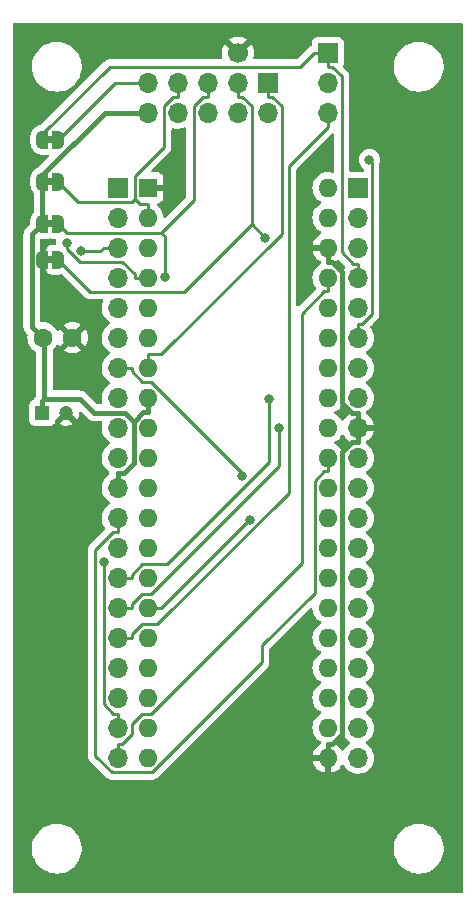
<source format=gtl>
G04 #@! TF.GenerationSoftware,KiCad,Pcbnew,(6.0.7)*
G04 #@! TF.CreationDate,2022-08-25T15:57:15-07:00*
G04 #@! TF.ProjectId,emu6802,656d7536-3830-4322-9e6b-696361645f70,rev?*
G04 #@! TF.SameCoordinates,Original*
G04 #@! TF.FileFunction,Copper,L1,Top*
G04 #@! TF.FilePolarity,Positive*
%FSLAX46Y46*%
G04 Gerber Fmt 4.6, Leading zero omitted, Abs format (unit mm)*
G04 Created by KiCad (PCBNEW (6.0.7)) date 2022-08-25 15:57:15*
%MOMM*%
%LPD*%
G01*
G04 APERTURE LIST*
G04 Aperture macros list*
%AMFreePoly0*
4,1,22,0.500000,-0.750000,0.000000,-0.750000,0.000000,-0.745033,-0.079941,-0.743568,-0.215256,-0.701293,-0.333266,-0.622738,-0.424486,-0.514219,-0.481581,-0.384460,-0.499164,-0.250000,-0.500000,-0.250000,-0.500000,0.250000,-0.499164,0.250000,-0.499963,0.256109,-0.478152,0.396186,-0.417904,0.524511,-0.324060,0.630769,-0.204165,0.706417,-0.067858,0.745374,0.000000,0.744959,0.000000,0.750000,
0.500000,0.750000,0.500000,-0.750000,0.500000,-0.750000,$1*%
%AMFreePoly1*
4,1,20,0.000000,0.744959,0.073905,0.744508,0.209726,0.703889,0.328688,0.626782,0.421226,0.519385,0.479903,0.390333,0.500000,0.250000,0.500000,-0.250000,0.499851,-0.262216,0.476331,-0.402017,0.414519,-0.529596,0.319384,-0.634700,0.198574,-0.708877,0.061801,-0.746166,0.000000,-0.745033,0.000000,-0.750000,-0.500000,-0.750000,-0.500000,0.750000,0.000000,0.750000,0.000000,0.744959,
0.000000,0.744959,$1*%
G04 Aperture macros list end*
G04 #@! TA.AperFunction,ComponentPad*
%ADD10R,1.200000X1.200000*%
G04 #@! TD*
G04 #@! TA.AperFunction,ComponentPad*
%ADD11C,1.200000*%
G04 #@! TD*
G04 #@! TA.AperFunction,SMDPad,CuDef*
%ADD12FreePoly0,0.000000*%
G04 #@! TD*
G04 #@! TA.AperFunction,SMDPad,CuDef*
%ADD13FreePoly1,0.000000*%
G04 #@! TD*
G04 #@! TA.AperFunction,ComponentPad*
%ADD14R,1.700000X1.700000*%
G04 #@! TD*
G04 #@! TA.AperFunction,ComponentPad*
%ADD15O,1.700000X1.700000*%
G04 #@! TD*
G04 #@! TA.AperFunction,ComponentPad*
%ADD16C,1.600000*%
G04 #@! TD*
G04 #@! TA.AperFunction,ComponentPad*
%ADD17R,1.600000X1.600000*%
G04 #@! TD*
G04 #@! TA.AperFunction,ComponentPad*
%ADD18O,1.600000X1.600000*%
G04 #@! TD*
G04 #@! TA.AperFunction,ComponentPad*
%ADD19C,1.700000*%
G04 #@! TD*
G04 #@! TA.AperFunction,ViaPad*
%ADD20C,0.800000*%
G04 #@! TD*
G04 #@! TA.AperFunction,Conductor*
%ADD21C,0.400000*%
G04 #@! TD*
G04 #@! TA.AperFunction,Conductor*
%ADD22C,0.250000*%
G04 #@! TD*
G04 APERTURE END LIST*
G36*
X55480000Y-62276000D02*
G01*
X54980000Y-62276000D01*
X54980000Y-61676000D01*
X55480000Y-61676000D01*
X55480000Y-62276000D01*
G37*
G36*
X55480000Y-65832000D02*
G01*
X54980000Y-65832000D01*
X54980000Y-65232000D01*
X55480000Y-65232000D01*
X55480000Y-65832000D01*
G37*
G36*
X55480000Y-69388000D02*
G01*
X54980000Y-69388000D01*
X54980000Y-68788000D01*
X55480000Y-68788000D01*
X55480000Y-69388000D01*
G37*
G36*
X55480000Y-72436000D02*
G01*
X54980000Y-72436000D01*
X54980000Y-71836000D01*
X55480000Y-71836000D01*
X55480000Y-72436000D01*
G37*
D10*
X54570000Y-85090000D03*
D11*
X56570000Y-85090000D03*
D12*
X54580000Y-61976000D03*
D13*
X55880000Y-61976000D03*
D12*
X54580000Y-65532000D03*
D13*
X55880000Y-65532000D03*
D14*
X81280000Y-66040000D03*
D15*
X81280000Y-68580000D03*
X81280000Y-71120000D03*
X81280000Y-73660000D03*
X81280000Y-76200000D03*
X81280000Y-78740000D03*
X81280000Y-81280000D03*
X81280000Y-83820000D03*
X81280000Y-86360000D03*
X81280000Y-88900000D03*
X81280000Y-91440000D03*
X81280000Y-93980000D03*
X81280000Y-96520000D03*
X81280000Y-99060000D03*
X81280000Y-101600000D03*
X81280000Y-104140000D03*
X81280000Y-106680000D03*
X81280000Y-109220000D03*
X81280000Y-111760000D03*
X81280000Y-114300000D03*
D14*
X73655000Y-57150000D03*
D15*
X73655000Y-59690000D03*
X71115000Y-57150000D03*
X71115000Y-59690000D03*
X68575000Y-57150000D03*
X68575000Y-59690000D03*
X66035000Y-57150000D03*
X66035000Y-59690000D03*
X63495000Y-57150000D03*
X63495000Y-59690000D03*
D16*
X54610000Y-78740000D03*
X57110000Y-78740000D03*
D12*
X54580000Y-69088000D03*
D13*
X55880000Y-69088000D03*
D12*
X54580000Y-72136000D03*
D13*
X55880000Y-72136000D03*
D17*
X63500000Y-66040000D03*
D18*
X63500000Y-68580000D03*
X63500000Y-71120000D03*
X63500000Y-73660000D03*
X63500000Y-76200000D03*
X63500000Y-78740000D03*
X63500000Y-81280000D03*
X63500000Y-83820000D03*
X63500000Y-86360000D03*
X63500000Y-88900000D03*
X63500000Y-91440000D03*
X63500000Y-93980000D03*
X63500000Y-96520000D03*
X63500000Y-99060000D03*
X63500000Y-101600000D03*
X63500000Y-104140000D03*
X63500000Y-106680000D03*
X63500000Y-109220000D03*
X63500000Y-111760000D03*
X63500000Y-114300000D03*
X78740000Y-114300000D03*
X78740000Y-111760000D03*
X78740000Y-109220000D03*
X78740000Y-106680000D03*
X78740000Y-104140000D03*
X78740000Y-101600000D03*
X78740000Y-99060000D03*
X78740000Y-96520000D03*
X78740000Y-93980000D03*
X78740000Y-91440000D03*
X78740000Y-88900000D03*
X78740000Y-86360000D03*
X78740000Y-83820000D03*
X78740000Y-81280000D03*
X78740000Y-78740000D03*
X78740000Y-76200000D03*
X78740000Y-73660000D03*
X78740000Y-71120000D03*
X78740000Y-68580000D03*
X78740000Y-66040000D03*
D19*
X71120000Y-54610000D03*
D14*
X60960000Y-66040000D03*
D15*
X60960000Y-68580000D03*
X60960000Y-71120000D03*
X60960000Y-73660000D03*
X60960000Y-76200000D03*
X60960000Y-78740000D03*
X60960000Y-81280000D03*
X60960000Y-83820000D03*
X60960000Y-86360000D03*
X60960000Y-88900000D03*
X60960000Y-91440000D03*
X60960000Y-93980000D03*
X60960000Y-96520000D03*
X60960000Y-99060000D03*
X60960000Y-101600000D03*
X60960000Y-104140000D03*
X60960000Y-106680000D03*
X60960000Y-109220000D03*
X60960000Y-111760000D03*
X60960000Y-114300000D03*
D14*
X78740000Y-54630000D03*
D15*
X78740000Y-57170000D03*
X78740000Y-59710000D03*
D20*
X56638700Y-70680500D03*
X59784600Y-97768300D03*
X64925600Y-73614100D03*
X72114800Y-94150400D03*
X57879200Y-71421500D03*
X71512200Y-90435700D03*
X74609800Y-86360000D03*
X73725100Y-83916600D03*
X73439300Y-70292800D03*
X82258800Y-63675000D03*
D21*
X54580000Y-76210000D02*
X54580000Y-72136000D01*
X79940300Y-112274600D02*
X79940300Y-88431900D01*
X79115200Y-72320300D02*
X79940300Y-73145400D01*
X78740000Y-71120000D02*
X78740000Y-72320300D01*
X78740000Y-113099700D02*
X79115200Y-113099700D01*
X79115200Y-113099700D02*
X79940300Y-112274600D01*
X79940300Y-73145400D02*
X79940300Y-84288100D01*
X79940300Y-88431900D02*
X80761900Y-87610300D01*
X78740000Y-114300000D02*
X78740000Y-113099700D01*
X78740000Y-72320300D02*
X79115200Y-72320300D01*
X79940300Y-84288100D02*
X80761900Y-85109700D01*
X80761900Y-87610300D02*
X81280000Y-87610300D01*
X81280000Y-86360000D02*
X81280000Y-87610300D01*
X57110000Y-78740000D02*
X54580000Y-76210000D01*
X81280000Y-86360000D02*
X81280000Y-85109700D01*
X80761900Y-85109700D02*
X81280000Y-85109700D01*
D22*
X57563400Y-67215400D02*
X62191800Y-67215400D01*
X64859700Y-62593500D02*
X64859700Y-59133200D01*
X62796700Y-67454700D02*
X62374600Y-67032600D01*
X63500000Y-67454700D02*
X62796700Y-67454700D01*
X62191800Y-67215400D02*
X62374600Y-67032600D01*
X63500000Y-68580000D02*
X63500000Y-67454700D01*
X65667600Y-58325300D02*
X66035000Y-58325300D01*
X66035000Y-57150000D02*
X66035000Y-58325300D01*
X62374600Y-65078600D02*
X64859700Y-62593500D01*
X62374600Y-67032600D02*
X62374600Y-65078600D01*
X55880000Y-65532000D02*
X57563400Y-67215400D01*
X64859700Y-59133200D02*
X65667600Y-58325300D01*
X62374700Y-73660000D02*
X62374700Y-73378700D01*
X62374700Y-73378700D02*
X61337900Y-72341900D01*
X60706000Y-57150000D02*
X55880000Y-61976000D01*
X63500000Y-73660000D02*
X62374700Y-73660000D01*
X61337900Y-72341900D02*
X57757700Y-72341900D01*
X56638700Y-71222900D02*
X56638700Y-70680500D01*
X57757700Y-72341900D02*
X56638700Y-71222900D01*
X63495000Y-57150000D02*
X60706000Y-57150000D01*
X60592700Y-110584700D02*
X59784600Y-109776600D01*
X59784600Y-109776600D02*
X59784600Y-97768300D01*
X60960000Y-111760000D02*
X60960000Y-110584700D01*
X60960000Y-110584700D02*
X60592700Y-110584700D01*
X64925600Y-73614100D02*
X64925600Y-70146200D01*
X67399700Y-67079700D02*
X67399700Y-59133200D01*
X56642000Y-69850000D02*
X64629400Y-69850000D01*
X68207600Y-58325300D02*
X68575000Y-58325300D01*
X68575000Y-57150000D02*
X68575000Y-58325300D01*
X67399700Y-59133200D02*
X68207600Y-58325300D01*
X55880000Y-69088000D02*
X56642000Y-69850000D01*
X64629400Y-69850000D02*
X67399700Y-67079700D01*
X64925600Y-70146200D02*
X64629400Y-69850000D01*
X74830300Y-69927600D02*
X74830300Y-59133200D01*
X73655000Y-57150000D02*
X73655000Y-58325300D01*
X64603200Y-80154700D02*
X74830300Y-69927600D01*
X63500000Y-80154700D02*
X64603200Y-80154700D01*
X63500000Y-81280000D02*
X63500000Y-80154700D01*
X74830300Y-59133200D02*
X74022400Y-58325300D01*
X74022400Y-58325300D02*
X73655000Y-58325300D01*
D21*
X58934100Y-85090000D02*
X61544300Y-85090000D01*
X54570000Y-85090000D02*
X54570000Y-84089700D01*
X54747500Y-78877500D02*
X54610000Y-78740000D01*
X54580000Y-65532000D02*
X54580000Y-64957400D01*
X54570000Y-84089700D02*
X54747500Y-83912200D01*
X53678700Y-69989300D02*
X54580000Y-69088000D01*
X53678700Y-77808700D02*
X53678700Y-69989300D01*
X59847400Y-59690000D02*
X62244700Y-59690000D01*
X54580000Y-64957400D02*
X59847400Y-59690000D01*
X63500000Y-85020300D02*
X63124800Y-85020300D01*
X63495000Y-59690000D02*
X62244700Y-59690000D01*
X54747500Y-83912200D02*
X54747500Y-78877500D01*
X54610000Y-78740000D02*
X53678700Y-77808700D01*
X60960000Y-91440000D02*
X60960000Y-90189700D01*
X63124800Y-85020300D02*
X62299700Y-85845400D01*
X54747500Y-83912200D02*
X57756300Y-83912200D01*
X62299700Y-89368100D02*
X61478100Y-90189700D01*
X62299700Y-85845400D02*
X62299700Y-89368100D01*
X61478100Y-90189700D02*
X60960000Y-90189700D01*
X54580000Y-69088000D02*
X54580000Y-65532000D01*
X63500000Y-83820000D02*
X63500000Y-85020300D01*
X57756300Y-83912200D02*
X58934100Y-85090000D01*
X61544300Y-85090000D02*
X62299700Y-85845400D01*
D22*
X72074900Y-94150400D02*
X72114800Y-94150400D01*
X63500000Y-101600000D02*
X64625300Y-101600000D01*
X64625300Y-101600000D02*
X72074900Y-94150400D01*
X59483200Y-71421500D02*
X59784700Y-71120000D01*
X60960000Y-71120000D02*
X59784700Y-71120000D01*
X57879200Y-71421500D02*
X59483200Y-71421500D01*
X62135300Y-81280000D02*
X62135300Y-81573900D01*
X60960000Y-81280000D02*
X62135300Y-81280000D01*
X63756300Y-82455300D02*
X71512200Y-90211200D01*
X62135300Y-81573900D02*
X63016700Y-82455300D01*
X71512200Y-90211200D02*
X71512200Y-90435700D01*
X63016700Y-82455300D02*
X63756300Y-82455300D01*
X73164200Y-106227800D02*
X63866200Y-115525800D01*
X78458600Y-90025300D02*
X77614700Y-90869200D01*
X60592700Y-95155300D02*
X60960000Y-95155300D01*
X78740000Y-90025300D02*
X78458600Y-90025300D01*
X73164200Y-104785700D02*
X73164200Y-106227800D01*
X78740000Y-88900000D02*
X78740000Y-90025300D01*
X77614700Y-90869200D02*
X77614700Y-100335200D01*
X77614700Y-100335200D02*
X73164200Y-104785700D01*
X59052500Y-114118300D02*
X59052500Y-96695500D01*
X60960000Y-93980000D02*
X60960000Y-95155300D01*
X60460000Y-115525800D02*
X59052500Y-114118300D01*
X63866200Y-115525800D02*
X60460000Y-115525800D01*
X59052500Y-96695500D02*
X60592700Y-95155300D01*
X60960000Y-101600000D02*
X62135300Y-101600000D01*
X62135300Y-101306100D02*
X63016700Y-100424700D01*
X74609800Y-89602500D02*
X74609800Y-86360000D01*
X63016700Y-100424700D02*
X63787600Y-100424700D01*
X62135300Y-101600000D02*
X62135300Y-101306100D01*
X63787600Y-100424700D02*
X74609800Y-89602500D01*
X73725100Y-83916600D02*
X73725100Y-89304000D01*
X65094500Y-97934600D02*
X63017100Y-97934600D01*
X62135300Y-98816400D02*
X62135300Y-99060000D01*
X73725100Y-89304000D02*
X65094500Y-97934600D01*
X60960000Y-99060000D02*
X62135300Y-99060000D01*
X63017100Y-97934600D02*
X62135300Y-98816400D01*
X66591400Y-74842700D02*
X58586700Y-74842700D01*
X71482400Y-58325300D02*
X71115000Y-58325300D01*
X72290300Y-59133200D02*
X71482400Y-58325300D01*
X72290300Y-69143800D02*
X66591400Y-74842700D01*
X72290300Y-69143800D02*
X72290300Y-59133200D01*
X71115000Y-57150000D02*
X71115000Y-58325300D01*
X58586700Y-74842700D02*
X55880000Y-72136000D01*
X73439300Y-70292800D02*
X72290300Y-69143800D01*
X78740000Y-73660000D02*
X78740000Y-74785300D01*
X60960000Y-114300000D02*
X60960000Y-113124700D01*
X62135300Y-112316800D02*
X62135300Y-111454200D01*
X60960000Y-113124700D02*
X61327400Y-113124700D01*
X62979900Y-110609600D02*
X63740500Y-110609600D01*
X76534200Y-97815900D02*
X76534200Y-76709800D01*
X62135300Y-111454200D02*
X62979900Y-110609600D01*
X76534200Y-76709800D02*
X78458700Y-74785300D01*
X61327400Y-113124700D02*
X62135300Y-112316800D01*
X63740500Y-110609600D02*
X76534200Y-97815900D01*
X78458700Y-74785300D02*
X78740000Y-74785300D01*
X80912600Y-72484700D02*
X79915300Y-71487400D01*
X79915300Y-71487400D02*
X79915300Y-56613200D01*
X54580000Y-61495800D02*
X60270500Y-55805300D01*
X54580000Y-61976000D02*
X54580000Y-61495800D01*
X60270500Y-55805300D02*
X76389400Y-55805300D01*
X76389400Y-55805300D02*
X77564700Y-54630000D01*
X78740000Y-54630000D02*
X78740000Y-55805300D01*
X79915300Y-56613200D02*
X79107400Y-55805300D01*
X79107400Y-55805300D02*
X78740000Y-55805300D01*
X81280000Y-73660000D02*
X81280000Y-72484700D01*
X78740000Y-54630000D02*
X77564700Y-54630000D01*
X81280000Y-72484700D02*
X80912600Y-72484700D01*
X62135300Y-104140000D02*
X62135300Y-103850000D01*
X62135300Y-103850000D02*
X63004700Y-102980600D01*
X78740000Y-59710000D02*
X78740000Y-60885300D01*
X75439700Y-64185600D02*
X78740000Y-60885300D01*
X64320300Y-102980600D02*
X75439700Y-91861200D01*
X75439700Y-91861200D02*
X75439700Y-64185600D01*
X60960000Y-104140000D02*
X62135300Y-104140000D01*
X63004700Y-102980600D02*
X64320300Y-102980600D01*
X82455400Y-63871600D02*
X82258800Y-63675000D01*
X81280000Y-78740000D02*
X81280000Y-77564700D01*
X81647300Y-77564700D02*
X82455400Y-76756600D01*
X82455400Y-76756600D02*
X82455400Y-63871600D01*
X81280000Y-77564700D02*
X81647300Y-77564700D01*
G04 #@! TA.AperFunction,Conductor*
G36*
X90112121Y-52090002D02*
G01*
X90158614Y-52143658D01*
X90170000Y-52196000D01*
X90170000Y-125604000D01*
X90149998Y-125672121D01*
X90096342Y-125718614D01*
X90044000Y-125730000D01*
X52196000Y-125730000D01*
X52127879Y-125709998D01*
X52081386Y-125656342D01*
X52070000Y-125604000D01*
X52070000Y-122132703D01*
X53690743Y-122132703D01*
X53728268Y-122417734D01*
X53804129Y-122695036D01*
X53916923Y-122959476D01*
X54064561Y-123206161D01*
X54244313Y-123430528D01*
X54452851Y-123628423D01*
X54686317Y-123796186D01*
X54690112Y-123798195D01*
X54690113Y-123798196D01*
X54711869Y-123809715D01*
X54940392Y-123930712D01*
X55210373Y-124029511D01*
X55491264Y-124090755D01*
X55519841Y-124093004D01*
X55714282Y-124108307D01*
X55714291Y-124108307D01*
X55716739Y-124108500D01*
X55872271Y-124108500D01*
X55874407Y-124108354D01*
X55874418Y-124108354D01*
X56082548Y-124094165D01*
X56082554Y-124094164D01*
X56086825Y-124093873D01*
X56091020Y-124093004D01*
X56091022Y-124093004D01*
X56227583Y-124064724D01*
X56368342Y-124035574D01*
X56639343Y-123939607D01*
X56894812Y-123807750D01*
X56898313Y-123805289D01*
X56898317Y-123805287D01*
X57012418Y-123725095D01*
X57130023Y-123642441D01*
X57340622Y-123446740D01*
X57522713Y-123224268D01*
X57672927Y-122979142D01*
X57788483Y-122715898D01*
X57867244Y-122439406D01*
X57907751Y-122154784D01*
X57907845Y-122136951D01*
X57907867Y-122132703D01*
X84330743Y-122132703D01*
X84368268Y-122417734D01*
X84444129Y-122695036D01*
X84556923Y-122959476D01*
X84704561Y-123206161D01*
X84884313Y-123430528D01*
X85092851Y-123628423D01*
X85326317Y-123796186D01*
X85330112Y-123798195D01*
X85330113Y-123798196D01*
X85351869Y-123809715D01*
X85580392Y-123930712D01*
X85850373Y-124029511D01*
X86131264Y-124090755D01*
X86159841Y-124093004D01*
X86354282Y-124108307D01*
X86354291Y-124108307D01*
X86356739Y-124108500D01*
X86512271Y-124108500D01*
X86514407Y-124108354D01*
X86514418Y-124108354D01*
X86722548Y-124094165D01*
X86722554Y-124094164D01*
X86726825Y-124093873D01*
X86731020Y-124093004D01*
X86731022Y-124093004D01*
X86867583Y-124064724D01*
X87008342Y-124035574D01*
X87279343Y-123939607D01*
X87534812Y-123807750D01*
X87538313Y-123805289D01*
X87538317Y-123805287D01*
X87652418Y-123725095D01*
X87770023Y-123642441D01*
X87980622Y-123446740D01*
X88162713Y-123224268D01*
X88312927Y-122979142D01*
X88428483Y-122715898D01*
X88507244Y-122439406D01*
X88547751Y-122154784D01*
X88547845Y-122136951D01*
X88549235Y-121871583D01*
X88549235Y-121871576D01*
X88549257Y-121867297D01*
X88511732Y-121582266D01*
X88435871Y-121304964D01*
X88323077Y-121040524D01*
X88175439Y-120793839D01*
X87995687Y-120569472D01*
X87787149Y-120371577D01*
X87553683Y-120203814D01*
X87531843Y-120192250D01*
X87508654Y-120179972D01*
X87299608Y-120069288D01*
X87029627Y-119970489D01*
X86748736Y-119909245D01*
X86717685Y-119906801D01*
X86525718Y-119891693D01*
X86525709Y-119891693D01*
X86523261Y-119891500D01*
X86367729Y-119891500D01*
X86365593Y-119891646D01*
X86365582Y-119891646D01*
X86157452Y-119905835D01*
X86157446Y-119905836D01*
X86153175Y-119906127D01*
X86148980Y-119906996D01*
X86148978Y-119906996D01*
X86012416Y-119935277D01*
X85871658Y-119964426D01*
X85600657Y-120060393D01*
X85345188Y-120192250D01*
X85341687Y-120194711D01*
X85341683Y-120194713D01*
X85331594Y-120201804D01*
X85109977Y-120357559D01*
X84899378Y-120553260D01*
X84717287Y-120775732D01*
X84567073Y-121020858D01*
X84451517Y-121284102D01*
X84372756Y-121560594D01*
X84332249Y-121845216D01*
X84332227Y-121849505D01*
X84332226Y-121849512D01*
X84330765Y-122128417D01*
X84330743Y-122132703D01*
X57907867Y-122132703D01*
X57909235Y-121871583D01*
X57909235Y-121871576D01*
X57909257Y-121867297D01*
X57871732Y-121582266D01*
X57795871Y-121304964D01*
X57683077Y-121040524D01*
X57535439Y-120793839D01*
X57355687Y-120569472D01*
X57147149Y-120371577D01*
X56913683Y-120203814D01*
X56891843Y-120192250D01*
X56868654Y-120179972D01*
X56659608Y-120069288D01*
X56389627Y-119970489D01*
X56108736Y-119909245D01*
X56077685Y-119906801D01*
X55885718Y-119891693D01*
X55885709Y-119891693D01*
X55883261Y-119891500D01*
X55727729Y-119891500D01*
X55725593Y-119891646D01*
X55725582Y-119891646D01*
X55517452Y-119905835D01*
X55517446Y-119905836D01*
X55513175Y-119906127D01*
X55508980Y-119906996D01*
X55508978Y-119906996D01*
X55372416Y-119935277D01*
X55231658Y-119964426D01*
X54960657Y-120060393D01*
X54705188Y-120192250D01*
X54701687Y-120194711D01*
X54701683Y-120194713D01*
X54691594Y-120201804D01*
X54469977Y-120357559D01*
X54259378Y-120553260D01*
X54077287Y-120775732D01*
X53927073Y-121020858D01*
X53811517Y-121284102D01*
X53732756Y-121560594D01*
X53692249Y-121845216D01*
X53692227Y-121849505D01*
X53692226Y-121849512D01*
X53690765Y-122128417D01*
X53690743Y-122132703D01*
X52070000Y-122132703D01*
X52070000Y-77846052D01*
X52965975Y-77846052D01*
X52967280Y-77853529D01*
X52967280Y-77853530D01*
X52976961Y-77908999D01*
X52977923Y-77915521D01*
X52985598Y-77978942D01*
X52988281Y-77986043D01*
X52988922Y-77988652D01*
X52993385Y-78004962D01*
X52994150Y-78007498D01*
X52995457Y-78014984D01*
X53000137Y-78025644D01*
X53021142Y-78073495D01*
X53023633Y-78079599D01*
X53024706Y-78082438D01*
X53040864Y-78125199D01*
X53046213Y-78139356D01*
X53050517Y-78145619D01*
X53051754Y-78147985D01*
X53059999Y-78162797D01*
X53061332Y-78165051D01*
X53064385Y-78172005D01*
X53069007Y-78178028D01*
X53103279Y-78222691D01*
X53107159Y-78228032D01*
X53139039Y-78274420D01*
X53139044Y-78274425D01*
X53143343Y-78280681D01*
X53149013Y-78285732D01*
X53149014Y-78285734D01*
X53189870Y-78322135D01*
X53195146Y-78327116D01*
X53280018Y-78411988D01*
X53314044Y-78474300D01*
X53316444Y-78512063D01*
X53296502Y-78740000D01*
X53316457Y-78968087D01*
X53317881Y-78973400D01*
X53317881Y-78973402D01*
X53365851Y-79152425D01*
X53375716Y-79189243D01*
X53378039Y-79194224D01*
X53378039Y-79194225D01*
X53470151Y-79391762D01*
X53470154Y-79391767D01*
X53472477Y-79396749D01*
X53475634Y-79401257D01*
X53579078Y-79548990D01*
X53603802Y-79584300D01*
X53765700Y-79746198D01*
X53770208Y-79749355D01*
X53770211Y-79749357D01*
X53810445Y-79777529D01*
X53953251Y-79877523D01*
X53958235Y-79879847D01*
X53966249Y-79883584D01*
X54019535Y-79930501D01*
X54039000Y-79997779D01*
X54039000Y-83573165D01*
X54016087Y-83645616D01*
X54002872Y-83664419D01*
X53998939Y-83669714D01*
X53959524Y-83719982D01*
X53956401Y-83726898D01*
X53955017Y-83729184D01*
X53946643Y-83743865D01*
X53945378Y-83746225D01*
X53941010Y-83752439D01*
X53938250Y-83759518D01*
X53938249Y-83759520D01*
X53917798Y-83811975D01*
X53915247Y-83818044D01*
X53888955Y-83876273D01*
X53887571Y-83883740D01*
X53886770Y-83886295D01*
X53882136Y-83902565D01*
X53881477Y-83905132D01*
X53878718Y-83912209D01*
X53877726Y-83919740D01*
X53876513Y-83924467D01*
X53840200Y-83985474D01*
X53798700Y-84011117D01*
X53778581Y-84018659D01*
X53731705Y-84036232D01*
X53731704Y-84036233D01*
X53723295Y-84039385D01*
X53606739Y-84126739D01*
X53519385Y-84243295D01*
X53468255Y-84379684D01*
X53461500Y-84441866D01*
X53461500Y-85738134D01*
X53468255Y-85800316D01*
X53519385Y-85936705D01*
X53606739Y-86053261D01*
X53723295Y-86140615D01*
X53859684Y-86191745D01*
X53921866Y-86198500D01*
X55218134Y-86198500D01*
X55280316Y-86191745D01*
X55416705Y-86140615D01*
X55533261Y-86053261D01*
X55549724Y-86031294D01*
X55993066Y-86031294D01*
X56002948Y-86043783D01*
X56034239Y-86064691D01*
X56044349Y-86070181D01*
X56220835Y-86146005D01*
X56231778Y-86149560D01*
X56419120Y-86191952D01*
X56430530Y-86193454D01*
X56622469Y-86200995D01*
X56633951Y-86200393D01*
X56824045Y-86172832D01*
X56835240Y-86170144D01*
X57017131Y-86108400D01*
X57027628Y-86103726D01*
X57138032Y-86041898D01*
X57147895Y-86031821D01*
X57144940Y-86024151D01*
X56582811Y-85462021D01*
X56568868Y-85454408D01*
X56567034Y-85454539D01*
X56560420Y-85458790D01*
X55999259Y-86019952D01*
X55993066Y-86031294D01*
X55549724Y-86031294D01*
X55620615Y-85936705D01*
X55671745Y-85800316D01*
X55678500Y-85738134D01*
X55678500Y-85674480D01*
X55698502Y-85606359D01*
X55715405Y-85585384D01*
X56480905Y-84819885D01*
X56543217Y-84785860D01*
X56614033Y-84790925D01*
X56659095Y-84819885D01*
X57500239Y-85661028D01*
X57512614Y-85667785D01*
X57519194Y-85662859D01*
X57583726Y-85547628D01*
X57588400Y-85537131D01*
X57650144Y-85355240D01*
X57652832Y-85344045D01*
X57680689Y-85151911D01*
X57681319Y-85144528D01*
X57681434Y-85140148D01*
X57703215Y-85072575D01*
X57758071Y-85027505D01*
X57828586Y-85019246D01*
X57896486Y-85054356D01*
X58412650Y-85570520D01*
X58418504Y-85576785D01*
X58456539Y-85620385D01*
X58462757Y-85624755D01*
X58508797Y-85657112D01*
X58514093Y-85661045D01*
X58564382Y-85700477D01*
X58571304Y-85703602D01*
X58573552Y-85704964D01*
X58588285Y-85713368D01*
X58590624Y-85714622D01*
X58596839Y-85718990D01*
X58603915Y-85721749D01*
X58603919Y-85721751D01*
X58656369Y-85742200D01*
X58662434Y-85744749D01*
X58720673Y-85771045D01*
X58728138Y-85772429D01*
X58730682Y-85773226D01*
X58746948Y-85777859D01*
X58749528Y-85778521D01*
X58756609Y-85781282D01*
X58764142Y-85782274D01*
X58764143Y-85782274D01*
X58796799Y-85786573D01*
X58819957Y-85789622D01*
X58826455Y-85790650D01*
X58889287Y-85802296D01*
X58896867Y-85801859D01*
X58896868Y-85801859D01*
X58951498Y-85798709D01*
X58958751Y-85798500D01*
X59540172Y-85798500D01*
X59608293Y-85818502D01*
X59654786Y-85872158D01*
X59664890Y-85942432D01*
X59661589Y-85958172D01*
X59620989Y-86104570D01*
X59597251Y-86326695D01*
X59597548Y-86331848D01*
X59597548Y-86331851D01*
X59599171Y-86360000D01*
X59610110Y-86549715D01*
X59611247Y-86554761D01*
X59611248Y-86554767D01*
X59624597Y-86614000D01*
X59659222Y-86767639D01*
X59743266Y-86974616D01*
X59859987Y-87165088D01*
X60006250Y-87333938D01*
X60178126Y-87476632D01*
X60245163Y-87515805D01*
X60251445Y-87519476D01*
X60300169Y-87571114D01*
X60313240Y-87640897D01*
X60286509Y-87706669D01*
X60246055Y-87740027D01*
X60233607Y-87746507D01*
X60229474Y-87749610D01*
X60229471Y-87749612D01*
X60208132Y-87765634D01*
X60054965Y-87880635D01*
X59900629Y-88042138D01*
X59897715Y-88046410D01*
X59897714Y-88046411D01*
X59888300Y-88060211D01*
X59774743Y-88226680D01*
X59680688Y-88429305D01*
X59620989Y-88644570D01*
X59597251Y-88866695D01*
X59597548Y-88871848D01*
X59597548Y-88871851D01*
X59608254Y-89057527D01*
X59610110Y-89089715D01*
X59611247Y-89094761D01*
X59611248Y-89094767D01*
X59619955Y-89133402D01*
X59659222Y-89307639D01*
X59743266Y-89514616D01*
X59859987Y-89705088D01*
X60006250Y-89873938D01*
X60178126Y-90016632D01*
X60182583Y-90019236D01*
X60182588Y-90019240D01*
X60189324Y-90023176D01*
X60238049Y-90074813D01*
X60251754Y-90132617D01*
X60251714Y-90140352D01*
X60251665Y-90141738D01*
X60251500Y-90142994D01*
X60251500Y-90180938D01*
X60251498Y-90181596D01*
X60251375Y-90205200D01*
X60251345Y-90210887D01*
X60230988Y-90278902D01*
X60201000Y-90310989D01*
X60120017Y-90371793D01*
X60054965Y-90420635D01*
X59900629Y-90582138D01*
X59897715Y-90586410D01*
X59897714Y-90586411D01*
X59861995Y-90638773D01*
X59774743Y-90766680D01*
X59680688Y-90969305D01*
X59620989Y-91184570D01*
X59597251Y-91406695D01*
X59597548Y-91411848D01*
X59597548Y-91411851D01*
X59603011Y-91506590D01*
X59610110Y-91629715D01*
X59611247Y-91634761D01*
X59611248Y-91634767D01*
X59619955Y-91673402D01*
X59659222Y-91847639D01*
X59743266Y-92054616D01*
X59859987Y-92245088D01*
X60006250Y-92413938D01*
X60178126Y-92556632D01*
X60237462Y-92591305D01*
X60251445Y-92599476D01*
X60300169Y-92651114D01*
X60313240Y-92720897D01*
X60286509Y-92786669D01*
X60246055Y-92820027D01*
X60233607Y-92826507D01*
X60229474Y-92829610D01*
X60229471Y-92829612D01*
X60208132Y-92845634D01*
X60054965Y-92960635D01*
X59900629Y-93122138D01*
X59897715Y-93126410D01*
X59897714Y-93126411D01*
X59888300Y-93140211D01*
X59774743Y-93306680D01*
X59741842Y-93377559D01*
X59693361Y-93482004D01*
X59680688Y-93509305D01*
X59620989Y-93724570D01*
X59597251Y-93946695D01*
X59597548Y-93951848D01*
X59597548Y-93951851D01*
X59603011Y-94046590D01*
X59610110Y-94169715D01*
X59611247Y-94174761D01*
X59611248Y-94174767D01*
X59619955Y-94213402D01*
X59659222Y-94387639D01*
X59743266Y-94594616D01*
X59859987Y-94785088D01*
X59876708Y-94804391D01*
X59879283Y-94807364D01*
X59908765Y-94871950D01*
X59898650Y-94942222D01*
X59873140Y-94978956D01*
X58660247Y-96191848D01*
X58651961Y-96199388D01*
X58645482Y-96203500D01*
X58640057Y-96209277D01*
X58598857Y-96253151D01*
X58596102Y-96255993D01*
X58576365Y-96275730D01*
X58573885Y-96278927D01*
X58566182Y-96287947D01*
X58535914Y-96320179D01*
X58532095Y-96327125D01*
X58532093Y-96327128D01*
X58526152Y-96337934D01*
X58515301Y-96354453D01*
X58502886Y-96370459D01*
X58499741Y-96377728D01*
X58499738Y-96377732D01*
X58485326Y-96411037D01*
X58480109Y-96421687D01*
X58458805Y-96460440D01*
X58456834Y-96468115D01*
X58456834Y-96468116D01*
X58453767Y-96480062D01*
X58447363Y-96498766D01*
X58439319Y-96517355D01*
X58438080Y-96525178D01*
X58438077Y-96525188D01*
X58432401Y-96561024D01*
X58429995Y-96572644D01*
X58419000Y-96615470D01*
X58419000Y-96635724D01*
X58417449Y-96655434D01*
X58414280Y-96675443D01*
X58415026Y-96683335D01*
X58418441Y-96719461D01*
X58419000Y-96731319D01*
X58419000Y-114039533D01*
X58418473Y-114050716D01*
X58416798Y-114058209D01*
X58417047Y-114066135D01*
X58417047Y-114066136D01*
X58418938Y-114126286D01*
X58419000Y-114130245D01*
X58419000Y-114158156D01*
X58419497Y-114162090D01*
X58419497Y-114162091D01*
X58419505Y-114162156D01*
X58420438Y-114173993D01*
X58421827Y-114218189D01*
X58427478Y-114237639D01*
X58431487Y-114257000D01*
X58434026Y-114277097D01*
X58436945Y-114284468D01*
X58436945Y-114284470D01*
X58450304Y-114318212D01*
X58454149Y-114329442D01*
X58466482Y-114371893D01*
X58470515Y-114378712D01*
X58470517Y-114378717D01*
X58476793Y-114389328D01*
X58485488Y-114407076D01*
X58492948Y-114425917D01*
X58497610Y-114432333D01*
X58497610Y-114432334D01*
X58518936Y-114461687D01*
X58525452Y-114471607D01*
X58547958Y-114509662D01*
X58562279Y-114523983D01*
X58575119Y-114539016D01*
X58587028Y-114555407D01*
X58620308Y-114582939D01*
X58621105Y-114583598D01*
X58629884Y-114591588D01*
X59956343Y-115918047D01*
X59963887Y-115926337D01*
X59968000Y-115932818D01*
X59973777Y-115938243D01*
X60017667Y-115979458D01*
X60020509Y-115982213D01*
X60040231Y-116001935D01*
X60043355Y-116004358D01*
X60043359Y-116004362D01*
X60043424Y-116004412D01*
X60052445Y-116012117D01*
X60084679Y-116042386D01*
X60091627Y-116046205D01*
X60091629Y-116046207D01*
X60102432Y-116052146D01*
X60118959Y-116063002D01*
X60128698Y-116070557D01*
X60128700Y-116070558D01*
X60134960Y-116075414D01*
X60175540Y-116092974D01*
X60186188Y-116098191D01*
X60210976Y-116111818D01*
X60224940Y-116119495D01*
X60232616Y-116121466D01*
X60232619Y-116121467D01*
X60244562Y-116124533D01*
X60263267Y-116130937D01*
X60281855Y-116138981D01*
X60289678Y-116140220D01*
X60289688Y-116140223D01*
X60325524Y-116145899D01*
X60337144Y-116148305D01*
X60368959Y-116156473D01*
X60379970Y-116159300D01*
X60400224Y-116159300D01*
X60419934Y-116160851D01*
X60439943Y-116164020D01*
X60447835Y-116163274D01*
X60466580Y-116161502D01*
X60483962Y-116159859D01*
X60495819Y-116159300D01*
X63787433Y-116159300D01*
X63798616Y-116159827D01*
X63806109Y-116161502D01*
X63814035Y-116161253D01*
X63814036Y-116161253D01*
X63874186Y-116159362D01*
X63878145Y-116159300D01*
X63906056Y-116159300D01*
X63909991Y-116158803D01*
X63910056Y-116158795D01*
X63921893Y-116157862D01*
X63954151Y-116156848D01*
X63958170Y-116156722D01*
X63966089Y-116156473D01*
X63985543Y-116150821D01*
X64004900Y-116146813D01*
X64017130Y-116145268D01*
X64017131Y-116145268D01*
X64024997Y-116144274D01*
X64032368Y-116141355D01*
X64032370Y-116141355D01*
X64066112Y-116127996D01*
X64077342Y-116124151D01*
X64112183Y-116114029D01*
X64112184Y-116114029D01*
X64119793Y-116111818D01*
X64126612Y-116107785D01*
X64126617Y-116107783D01*
X64137228Y-116101507D01*
X64154976Y-116092812D01*
X64173817Y-116085352D01*
X64209587Y-116059364D01*
X64219507Y-116052848D01*
X64250735Y-116034380D01*
X64250738Y-116034378D01*
X64257562Y-116030342D01*
X64271883Y-116016021D01*
X64286917Y-116003180D01*
X64288631Y-116001935D01*
X64303307Y-115991272D01*
X64331498Y-115957195D01*
X64339488Y-115948416D01*
X65721382Y-114566522D01*
X77457273Y-114566522D01*
X77504764Y-114743761D01*
X77508510Y-114754053D01*
X77600586Y-114951511D01*
X77606069Y-114961007D01*
X77731028Y-115139467D01*
X77738084Y-115147875D01*
X77892125Y-115301916D01*
X77900533Y-115308972D01*
X78078993Y-115433931D01*
X78088489Y-115439414D01*
X78285947Y-115531490D01*
X78296239Y-115535236D01*
X78468503Y-115581394D01*
X78482599Y-115581058D01*
X78486000Y-115573116D01*
X78486000Y-114572115D01*
X78481525Y-114556876D01*
X78480135Y-114555671D01*
X78472452Y-114554000D01*
X77472033Y-114554000D01*
X77458502Y-114557973D01*
X77457273Y-114566522D01*
X65721382Y-114566522D01*
X73556447Y-106731457D01*
X73564737Y-106723913D01*
X73571218Y-106719800D01*
X73617859Y-106670132D01*
X73620613Y-106667291D01*
X73640335Y-106647569D01*
X73642819Y-106644367D01*
X73650517Y-106635355D01*
X73675361Y-106608898D01*
X73680786Y-106603121D01*
X73690547Y-106585366D01*
X73701398Y-106568847D01*
X73713814Y-106552841D01*
X73731374Y-106512263D01*
X73736591Y-106501613D01*
X73757895Y-106462860D01*
X73762933Y-106443237D01*
X73769337Y-106424534D01*
X73774233Y-106413220D01*
X73774233Y-106413219D01*
X73777381Y-106405945D01*
X73778620Y-106398122D01*
X73778623Y-106398112D01*
X73784299Y-106362276D01*
X73786705Y-106350656D01*
X73795728Y-106315511D01*
X73795728Y-106315510D01*
X73797700Y-106307830D01*
X73797700Y-106287576D01*
X73799251Y-106267865D01*
X73801180Y-106255686D01*
X73802420Y-106247857D01*
X73798259Y-106203838D01*
X73797700Y-106191981D01*
X73797700Y-105100294D01*
X73817702Y-105032173D01*
X73834605Y-105011199D01*
X77220899Y-101624905D01*
X77283211Y-101590879D01*
X77354026Y-101595944D01*
X77410862Y-101638491D01*
X77435515Y-101703018D01*
X77446457Y-101828087D01*
X77447881Y-101833400D01*
X77447881Y-101833402D01*
X77461155Y-101882939D01*
X77505716Y-102049243D01*
X77508039Y-102054224D01*
X77508039Y-102054225D01*
X77600151Y-102251762D01*
X77600154Y-102251767D01*
X77602477Y-102256749D01*
X77605634Y-102261257D01*
X77709078Y-102408990D01*
X77733802Y-102444300D01*
X77895700Y-102606198D01*
X77900208Y-102609355D01*
X77900211Y-102609357D01*
X77940445Y-102637529D01*
X78083251Y-102737523D01*
X78088233Y-102739846D01*
X78088238Y-102739849D01*
X78122457Y-102755805D01*
X78175742Y-102802722D01*
X78195203Y-102870999D01*
X78174661Y-102938959D01*
X78122457Y-102984195D01*
X78088238Y-103000151D01*
X78088233Y-103000154D01*
X78083251Y-103002477D01*
X77978389Y-103075902D01*
X77900211Y-103130643D01*
X77900208Y-103130645D01*
X77895700Y-103133802D01*
X77733802Y-103295700D01*
X77730645Y-103300208D01*
X77730643Y-103300211D01*
X77675902Y-103378389D01*
X77602477Y-103483251D01*
X77600154Y-103488233D01*
X77600151Y-103488238D01*
X77541013Y-103615062D01*
X77505716Y-103690757D01*
X77504294Y-103696065D01*
X77504293Y-103696067D01*
X77447881Y-103906598D01*
X77446457Y-103911913D01*
X77426502Y-104140000D01*
X77446457Y-104368087D01*
X77447881Y-104373400D01*
X77447881Y-104373402D01*
X77483596Y-104506689D01*
X77505716Y-104589243D01*
X77508039Y-104594224D01*
X77508039Y-104594225D01*
X77600151Y-104791762D01*
X77600154Y-104791767D01*
X77602477Y-104796749D01*
X77627869Y-104833012D01*
X77709078Y-104948990D01*
X77733802Y-104984300D01*
X77895700Y-105146198D01*
X77900208Y-105149355D01*
X77900211Y-105149357D01*
X77940445Y-105177529D01*
X78083251Y-105277523D01*
X78088233Y-105279846D01*
X78088238Y-105279849D01*
X78122457Y-105295805D01*
X78175742Y-105342722D01*
X78195203Y-105410999D01*
X78174661Y-105478959D01*
X78122457Y-105524195D01*
X78088238Y-105540151D01*
X78088233Y-105540154D01*
X78083251Y-105542477D01*
X77978389Y-105615902D01*
X77900211Y-105670643D01*
X77900208Y-105670645D01*
X77895700Y-105673802D01*
X77733802Y-105835700D01*
X77730645Y-105840208D01*
X77730643Y-105840211D01*
X77679532Y-105913206D01*
X77602477Y-106023251D01*
X77600154Y-106028233D01*
X77600151Y-106028238D01*
X77523797Y-106191981D01*
X77505716Y-106230757D01*
X77504294Y-106236065D01*
X77504293Y-106236067D01*
X77493149Y-106277658D01*
X77446457Y-106451913D01*
X77426502Y-106680000D01*
X77446457Y-106908087D01*
X77447881Y-106913400D01*
X77447881Y-106913402D01*
X77495259Y-107090216D01*
X77505716Y-107129243D01*
X77508039Y-107134224D01*
X77508039Y-107134225D01*
X77600151Y-107331762D01*
X77600154Y-107331767D01*
X77602477Y-107336749D01*
X77605634Y-107341257D01*
X77709078Y-107488990D01*
X77733802Y-107524300D01*
X77895700Y-107686198D01*
X77900208Y-107689355D01*
X77900211Y-107689357D01*
X77940445Y-107717529D01*
X78083251Y-107817523D01*
X78088233Y-107819846D01*
X78088238Y-107819849D01*
X78122457Y-107835805D01*
X78175742Y-107882722D01*
X78195203Y-107950999D01*
X78174661Y-108018959D01*
X78122457Y-108064195D01*
X78088238Y-108080151D01*
X78088233Y-108080154D01*
X78083251Y-108082477D01*
X77978389Y-108155902D01*
X77900211Y-108210643D01*
X77900208Y-108210645D01*
X77895700Y-108213802D01*
X77733802Y-108375700D01*
X77730645Y-108380208D01*
X77730643Y-108380211D01*
X77675902Y-108458389D01*
X77602477Y-108563251D01*
X77600154Y-108568233D01*
X77600151Y-108568238D01*
X77515719Y-108749305D01*
X77505716Y-108770757D01*
X77504294Y-108776065D01*
X77504293Y-108776067D01*
X77447881Y-108986598D01*
X77446457Y-108991913D01*
X77426502Y-109220000D01*
X77446457Y-109448087D01*
X77447881Y-109453400D01*
X77447881Y-109453402D01*
X77495259Y-109630216D01*
X77505716Y-109669243D01*
X77508039Y-109674224D01*
X77508039Y-109674225D01*
X77600151Y-109871762D01*
X77600154Y-109871767D01*
X77602477Y-109876749D01*
X77605634Y-109881257D01*
X77728961Y-110057386D01*
X77733802Y-110064300D01*
X77895700Y-110226198D01*
X77900208Y-110229355D01*
X77900211Y-110229357D01*
X77940445Y-110257529D01*
X78083251Y-110357523D01*
X78088233Y-110359846D01*
X78088238Y-110359849D01*
X78122457Y-110375805D01*
X78175742Y-110422722D01*
X78195203Y-110490999D01*
X78174661Y-110558959D01*
X78122457Y-110604195D01*
X78088238Y-110620151D01*
X78088233Y-110620154D01*
X78083251Y-110622477D01*
X77978389Y-110695902D01*
X77900211Y-110750643D01*
X77900208Y-110750645D01*
X77895700Y-110753802D01*
X77733802Y-110915700D01*
X77730647Y-110920206D01*
X77730643Y-110920211D01*
X77675902Y-110998389D01*
X77602477Y-111103251D01*
X77600154Y-111108233D01*
X77600151Y-111108238D01*
X77515719Y-111289305D01*
X77505716Y-111310757D01*
X77504294Y-111316065D01*
X77504293Y-111316067D01*
X77447881Y-111526598D01*
X77446457Y-111531913D01*
X77426502Y-111760000D01*
X77446457Y-111988087D01*
X77447881Y-111993400D01*
X77447881Y-111993402D01*
X77461155Y-112042939D01*
X77505716Y-112209243D01*
X77508039Y-112214224D01*
X77508039Y-112214225D01*
X77600151Y-112411762D01*
X77600154Y-112411767D01*
X77602477Y-112416749D01*
X77605634Y-112421257D01*
X77722052Y-112587519D01*
X77733802Y-112604300D01*
X77895700Y-112766198D01*
X77900208Y-112769355D01*
X77900211Y-112769357D01*
X77940445Y-112797529D01*
X78083251Y-112897523D01*
X78088233Y-112899846D01*
X78088238Y-112899849D01*
X78123049Y-112916081D01*
X78176334Y-112962998D01*
X78195795Y-113031275D01*
X78175253Y-113099235D01*
X78123049Y-113144471D01*
X78088489Y-113160586D01*
X78078993Y-113166069D01*
X77900533Y-113291028D01*
X77892125Y-113298084D01*
X77738084Y-113452125D01*
X77731028Y-113460533D01*
X77606069Y-113638993D01*
X77600586Y-113648489D01*
X77508510Y-113845947D01*
X77504764Y-113856239D01*
X77458606Y-114028503D01*
X77458942Y-114042599D01*
X77466884Y-114046000D01*
X78868000Y-114046000D01*
X78936121Y-114066002D01*
X78982614Y-114119658D01*
X78994000Y-114172000D01*
X78994000Y-115567967D01*
X78997973Y-115581498D01*
X79006522Y-115582727D01*
X79183761Y-115535236D01*
X79194053Y-115531490D01*
X79391511Y-115439414D01*
X79401007Y-115433931D01*
X79579467Y-115308972D01*
X79587875Y-115301916D01*
X79741916Y-115147875D01*
X79748972Y-115139467D01*
X79877088Y-114956498D01*
X79878115Y-114957217D01*
X79925055Y-114912457D01*
X79994769Y-114899019D01*
X80060680Y-114925404D01*
X80090228Y-114958614D01*
X80179987Y-115105088D01*
X80326250Y-115273938D01*
X80498126Y-115416632D01*
X80691000Y-115529338D01*
X80695825Y-115531180D01*
X80695826Y-115531181D01*
X80706445Y-115535236D01*
X80899692Y-115609030D01*
X80904760Y-115610061D01*
X80904763Y-115610062D01*
X81012017Y-115631883D01*
X81118597Y-115653567D01*
X81123772Y-115653757D01*
X81123774Y-115653757D01*
X81336673Y-115661564D01*
X81336677Y-115661564D01*
X81341837Y-115661753D01*
X81346957Y-115661097D01*
X81346959Y-115661097D01*
X81558288Y-115634025D01*
X81558289Y-115634025D01*
X81563416Y-115633368D01*
X81568366Y-115631883D01*
X81772429Y-115570661D01*
X81772434Y-115570659D01*
X81777384Y-115569174D01*
X81977994Y-115470896D01*
X82159860Y-115341173D01*
X82199255Y-115301916D01*
X82314435Y-115187137D01*
X82318096Y-115183489D01*
X82377594Y-115100689D01*
X82445435Y-115006277D01*
X82448453Y-115002077D01*
X82470980Y-114956498D01*
X82545136Y-114806453D01*
X82545137Y-114806451D01*
X82547430Y-114801811D01*
X82612370Y-114588069D01*
X82641529Y-114366590D01*
X82643156Y-114300000D01*
X82624852Y-114077361D01*
X82570431Y-113860702D01*
X82481354Y-113655840D01*
X82441906Y-113594862D01*
X82362822Y-113472617D01*
X82362818Y-113472612D01*
X82360014Y-113468277D01*
X82209670Y-113303051D01*
X82205619Y-113299852D01*
X82205615Y-113299848D01*
X82038414Y-113167800D01*
X82038410Y-113167798D01*
X82034359Y-113164598D01*
X81993053Y-113141796D01*
X81943084Y-113091364D01*
X81928312Y-113021921D01*
X81953428Y-112955516D01*
X81980780Y-112928909D01*
X82029207Y-112894366D01*
X82159860Y-112801173D01*
X82191788Y-112769357D01*
X82314435Y-112647137D01*
X82318096Y-112643489D01*
X82349498Y-112599789D01*
X82445435Y-112466277D01*
X82448453Y-112462077D01*
X82468628Y-112421257D01*
X82545136Y-112266453D01*
X82545137Y-112266451D01*
X82547430Y-112261811D01*
X82612370Y-112048069D01*
X82641529Y-111826590D01*
X82643156Y-111760000D01*
X82624852Y-111537361D01*
X82570431Y-111320702D01*
X82481354Y-111115840D01*
X82360014Y-110928277D01*
X82209670Y-110763051D01*
X82205619Y-110759852D01*
X82205615Y-110759848D01*
X82038414Y-110627800D01*
X82038410Y-110627798D01*
X82034359Y-110624598D01*
X81993053Y-110601796D01*
X81943084Y-110551364D01*
X81928312Y-110481921D01*
X81953428Y-110415516D01*
X81980780Y-110388909D01*
X82029207Y-110354366D01*
X82159860Y-110261173D01*
X82191788Y-110229357D01*
X82314435Y-110107137D01*
X82318096Y-110103489D01*
X82349498Y-110059789D01*
X82445435Y-109926277D01*
X82448453Y-109922077D01*
X82468628Y-109881257D01*
X82545136Y-109726453D01*
X82545137Y-109726451D01*
X82547430Y-109721811D01*
X82612370Y-109508069D01*
X82641529Y-109286590D01*
X82643156Y-109220000D01*
X82624852Y-108997361D01*
X82570431Y-108780702D01*
X82481354Y-108575840D01*
X82360014Y-108388277D01*
X82209670Y-108223051D01*
X82205619Y-108219852D01*
X82205615Y-108219848D01*
X82038414Y-108087800D01*
X82038410Y-108087798D01*
X82034359Y-108084598D01*
X81993053Y-108061796D01*
X81943084Y-108011364D01*
X81928312Y-107941921D01*
X81953428Y-107875516D01*
X81980780Y-107848909D01*
X82029207Y-107814366D01*
X82159860Y-107721173D01*
X82191788Y-107689357D01*
X82314435Y-107567137D01*
X82318096Y-107563489D01*
X82349498Y-107519789D01*
X82445435Y-107386277D01*
X82448453Y-107382077D01*
X82468628Y-107341257D01*
X82545136Y-107186453D01*
X82545137Y-107186451D01*
X82547430Y-107181811D01*
X82612370Y-106968069D01*
X82641529Y-106746590D01*
X82641899Y-106731457D01*
X82643074Y-106683365D01*
X82643074Y-106683361D01*
X82643156Y-106680000D01*
X82624852Y-106457361D01*
X82570431Y-106240702D01*
X82481354Y-106035840D01*
X82435782Y-105965396D01*
X82362822Y-105852617D01*
X82362820Y-105852614D01*
X82360014Y-105848277D01*
X82209670Y-105683051D01*
X82205619Y-105679852D01*
X82205615Y-105679848D01*
X82038414Y-105547800D01*
X82038410Y-105547798D01*
X82034359Y-105544598D01*
X81993053Y-105521796D01*
X81943084Y-105471364D01*
X81928312Y-105401921D01*
X81953428Y-105335516D01*
X81980780Y-105308909D01*
X82029207Y-105274366D01*
X82159860Y-105181173D01*
X82191788Y-105149357D01*
X82293395Y-105048104D01*
X82318096Y-105023489D01*
X82349498Y-104979789D01*
X82445435Y-104846277D01*
X82448453Y-104842077D01*
X82452585Y-104833718D01*
X82545136Y-104646453D01*
X82545137Y-104646451D01*
X82547430Y-104641811D01*
X82604370Y-104454399D01*
X82610865Y-104433023D01*
X82610865Y-104433021D01*
X82612370Y-104428069D01*
X82641529Y-104206590D01*
X82643156Y-104140000D01*
X82624852Y-103917361D01*
X82570431Y-103700702D01*
X82481354Y-103495840D01*
X82360014Y-103308277D01*
X82209670Y-103143051D01*
X82205619Y-103139852D01*
X82205615Y-103139848D01*
X82038414Y-103007800D01*
X82038410Y-103007798D01*
X82034359Y-103004598D01*
X81993053Y-102981796D01*
X81943084Y-102931364D01*
X81928312Y-102861921D01*
X81953428Y-102795516D01*
X81980780Y-102768909D01*
X82029207Y-102734366D01*
X82159860Y-102641173D01*
X82191788Y-102609357D01*
X82247572Y-102553767D01*
X82318096Y-102483489D01*
X82345487Y-102445371D01*
X82445435Y-102306277D01*
X82448453Y-102302077D01*
X82452585Y-102293718D01*
X82545136Y-102106453D01*
X82545137Y-102106451D01*
X82547430Y-102101811D01*
X82612370Y-101888069D01*
X82641529Y-101666590D01*
X82642216Y-101638491D01*
X82643074Y-101603365D01*
X82643074Y-101603361D01*
X82643156Y-101600000D01*
X82624852Y-101377361D01*
X82570431Y-101160702D01*
X82481354Y-100955840D01*
X82360014Y-100768277D01*
X82209670Y-100603051D01*
X82205619Y-100599852D01*
X82205615Y-100599848D01*
X82038414Y-100467800D01*
X82038410Y-100467798D01*
X82034359Y-100464598D01*
X81993053Y-100441796D01*
X81943084Y-100391364D01*
X81928312Y-100321921D01*
X81953428Y-100255516D01*
X81980780Y-100228909D01*
X82029207Y-100194366D01*
X82159860Y-100101173D01*
X82188338Y-100072795D01*
X82285353Y-99976118D01*
X82318096Y-99943489D01*
X82349498Y-99899789D01*
X82445435Y-99766277D01*
X82448453Y-99762077D01*
X82452585Y-99753718D01*
X82545136Y-99566453D01*
X82545137Y-99566451D01*
X82547430Y-99561811D01*
X82612370Y-99348069D01*
X82641529Y-99126590D01*
X82643156Y-99060000D01*
X82624852Y-98837361D01*
X82570431Y-98620702D01*
X82481354Y-98415840D01*
X82441906Y-98354862D01*
X82362822Y-98232617D01*
X82362820Y-98232614D01*
X82360014Y-98228277D01*
X82209670Y-98063051D01*
X82205619Y-98059852D01*
X82205615Y-98059848D01*
X82038414Y-97927800D01*
X82038408Y-97927796D01*
X82034359Y-97924598D01*
X81993053Y-97901796D01*
X81943084Y-97851364D01*
X81928312Y-97781921D01*
X81953428Y-97715516D01*
X81980780Y-97688909D01*
X82029207Y-97654366D01*
X82159860Y-97561173D01*
X82191788Y-97529357D01*
X82314435Y-97407137D01*
X82318096Y-97403489D01*
X82349498Y-97359789D01*
X82445435Y-97226277D01*
X82448453Y-97222077D01*
X82469693Y-97179102D01*
X82545136Y-97026453D01*
X82545137Y-97026451D01*
X82547430Y-97021811D01*
X82612370Y-96808069D01*
X82641529Y-96586590D01*
X82641870Y-96572644D01*
X82643074Y-96523365D01*
X82643074Y-96523361D01*
X82643156Y-96520000D01*
X82624852Y-96297361D01*
X82570431Y-96080702D01*
X82481354Y-95875840D01*
X82360014Y-95688277D01*
X82209670Y-95523051D01*
X82205619Y-95519852D01*
X82205615Y-95519848D01*
X82038414Y-95387800D01*
X82038410Y-95387798D01*
X82034359Y-95384598D01*
X81993053Y-95361796D01*
X81943084Y-95311364D01*
X81928312Y-95241921D01*
X81953428Y-95175516D01*
X81980780Y-95148909D01*
X82029207Y-95114366D01*
X82159860Y-95021173D01*
X82191788Y-94989357D01*
X82314435Y-94867137D01*
X82318096Y-94863489D01*
X82349498Y-94819789D01*
X82445435Y-94686277D01*
X82448453Y-94682077D01*
X82468628Y-94641257D01*
X82545136Y-94486453D01*
X82545137Y-94486451D01*
X82547430Y-94481811D01*
X82612370Y-94268069D01*
X82641529Y-94046590D01*
X82643156Y-93980000D01*
X82624852Y-93757361D01*
X82570431Y-93540702D01*
X82481354Y-93335840D01*
X82421469Y-93243272D01*
X82362822Y-93152617D01*
X82362820Y-93152614D01*
X82360014Y-93148277D01*
X82209670Y-92983051D01*
X82205619Y-92979852D01*
X82205615Y-92979848D01*
X82038414Y-92847800D01*
X82038410Y-92847798D01*
X82034359Y-92844598D01*
X81993053Y-92821796D01*
X81943084Y-92771364D01*
X81928312Y-92701921D01*
X81953428Y-92635516D01*
X81980780Y-92608909D01*
X82029207Y-92574366D01*
X82159860Y-92481173D01*
X82191788Y-92449357D01*
X82314435Y-92327137D01*
X82318096Y-92323489D01*
X82349498Y-92279789D01*
X82445435Y-92146277D01*
X82448453Y-92142077D01*
X82468628Y-92101257D01*
X82545136Y-91946453D01*
X82545137Y-91946451D01*
X82547430Y-91941811D01*
X82612370Y-91728069D01*
X82641529Y-91506590D01*
X82643156Y-91440000D01*
X82624852Y-91217361D01*
X82570431Y-91000702D01*
X82481354Y-90795840D01*
X82379743Y-90638773D01*
X82362822Y-90612617D01*
X82362820Y-90612614D01*
X82360014Y-90608277D01*
X82209670Y-90443051D01*
X82205619Y-90439852D01*
X82205615Y-90439848D01*
X82038414Y-90307800D01*
X82038410Y-90307798D01*
X82034359Y-90304598D01*
X81993053Y-90281796D01*
X81943084Y-90231364D01*
X81928312Y-90161921D01*
X81953428Y-90095516D01*
X81980780Y-90068909D01*
X82044895Y-90023176D01*
X82159860Y-89941173D01*
X82191788Y-89909357D01*
X82310313Y-89791245D01*
X82318096Y-89783489D01*
X82333724Y-89761741D01*
X82445435Y-89606277D01*
X82448453Y-89602077D01*
X82464509Y-89569591D01*
X82545136Y-89406453D01*
X82545137Y-89406451D01*
X82547430Y-89401811D01*
X82612370Y-89188069D01*
X82641529Y-88966590D01*
X82643156Y-88900000D01*
X82624852Y-88677361D01*
X82570431Y-88460702D01*
X82481354Y-88255840D01*
X82360014Y-88068277D01*
X82209670Y-87903051D01*
X82205619Y-87899852D01*
X82205615Y-87899848D01*
X82038414Y-87767800D01*
X82038410Y-87767798D01*
X82034359Y-87764598D01*
X81992569Y-87741529D01*
X81942598Y-87691097D01*
X81927826Y-87621654D01*
X81952942Y-87555248D01*
X81980294Y-87528641D01*
X82155328Y-87403792D01*
X82163200Y-87397139D01*
X82314052Y-87246812D01*
X82320730Y-87238965D01*
X82445003Y-87066020D01*
X82450313Y-87057183D01*
X82544670Y-86866267D01*
X82548469Y-86856672D01*
X82610377Y-86652910D01*
X82612555Y-86642837D01*
X82613986Y-86631962D01*
X82611775Y-86617778D01*
X82598617Y-86614000D01*
X81152000Y-86614000D01*
X81083879Y-86593998D01*
X81037386Y-86540342D01*
X81026000Y-86488000D01*
X81026000Y-86232000D01*
X81046002Y-86163879D01*
X81099658Y-86117386D01*
X81152000Y-86106000D01*
X82598344Y-86106000D01*
X82611875Y-86102027D01*
X82613180Y-86092947D01*
X82571214Y-85925875D01*
X82567894Y-85916124D01*
X82482972Y-85720814D01*
X82478105Y-85711739D01*
X82362426Y-85532926D01*
X82356136Y-85524757D01*
X82212806Y-85367240D01*
X82205273Y-85360215D01*
X82038139Y-85228222D01*
X82029556Y-85222520D01*
X81992602Y-85202120D01*
X81942631Y-85151687D01*
X81927859Y-85082245D01*
X81952975Y-85015839D01*
X81980327Y-84989232D01*
X82003797Y-84972491D01*
X82159860Y-84861173D01*
X82191784Y-84829361D01*
X82314435Y-84707137D01*
X82318096Y-84703489D01*
X82349498Y-84659789D01*
X82445435Y-84526277D01*
X82448453Y-84522077D01*
X82468628Y-84481257D01*
X82545136Y-84326453D01*
X82545137Y-84326451D01*
X82547430Y-84321811D01*
X82606698Y-84126739D01*
X82610865Y-84113023D01*
X82610865Y-84113021D01*
X82612370Y-84108069D01*
X82641529Y-83886590D01*
X82643156Y-83820000D01*
X82624852Y-83597361D01*
X82570431Y-83380702D01*
X82481354Y-83175840D01*
X82398525Y-83047806D01*
X82362822Y-82992617D01*
X82362820Y-82992614D01*
X82360014Y-82988277D01*
X82209670Y-82823051D01*
X82205619Y-82819852D01*
X82205615Y-82819848D01*
X82038414Y-82687800D01*
X82038410Y-82687798D01*
X82034359Y-82684598D01*
X81993053Y-82661796D01*
X81943084Y-82611364D01*
X81928312Y-82541921D01*
X81953428Y-82475516D01*
X81980780Y-82448909D01*
X82029207Y-82414366D01*
X82159860Y-82321173D01*
X82175195Y-82305892D01*
X82264601Y-82216797D01*
X82318096Y-82163489D01*
X82349498Y-82119789D01*
X82445435Y-81986277D01*
X82448453Y-81982077D01*
X82468628Y-81941257D01*
X82545136Y-81786453D01*
X82545137Y-81786451D01*
X82547430Y-81781811D01*
X82612370Y-81568069D01*
X82641529Y-81346590D01*
X82643156Y-81280000D01*
X82624852Y-81057361D01*
X82570431Y-80840702D01*
X82481354Y-80635840D01*
X82360014Y-80448277D01*
X82209670Y-80283051D01*
X82205619Y-80279852D01*
X82205615Y-80279848D01*
X82038414Y-80147800D01*
X82038410Y-80147798D01*
X82034359Y-80144598D01*
X81993053Y-80121796D01*
X81943084Y-80071364D01*
X81928312Y-80001921D01*
X81953428Y-79935516D01*
X81980780Y-79908909D01*
X82034298Y-79870735D01*
X82159860Y-79781173D01*
X82191788Y-79749357D01*
X82314435Y-79627137D01*
X82318096Y-79623489D01*
X82349498Y-79579789D01*
X82445435Y-79446277D01*
X82448453Y-79442077D01*
X82468628Y-79401257D01*
X82545136Y-79246453D01*
X82545137Y-79246451D01*
X82547430Y-79241811D01*
X82612370Y-79028069D01*
X82641529Y-78806590D01*
X82641611Y-78803240D01*
X82643074Y-78743365D01*
X82643074Y-78743361D01*
X82643156Y-78740000D01*
X82624852Y-78517361D01*
X82570431Y-78300702D01*
X82481354Y-78095840D01*
X82360014Y-77908277D01*
X82357348Y-77905347D01*
X82331757Y-77839502D01*
X82345897Y-77769928D01*
X82368206Y-77739698D01*
X82568946Y-77538959D01*
X82847658Y-77260247D01*
X82855937Y-77252713D01*
X82862418Y-77248600D01*
X82909044Y-77198948D01*
X82911798Y-77196107D01*
X82931535Y-77176370D01*
X82934015Y-77173173D01*
X82941720Y-77164151D01*
X82966559Y-77137700D01*
X82971986Y-77131921D01*
X82975805Y-77124975D01*
X82975807Y-77124972D01*
X82981748Y-77114166D01*
X82992599Y-77097647D01*
X83000158Y-77087901D01*
X83005014Y-77081641D01*
X83008159Y-77074372D01*
X83008162Y-77074368D01*
X83022574Y-77041063D01*
X83027791Y-77030413D01*
X83049095Y-76991660D01*
X83054133Y-76972037D01*
X83060537Y-76953334D01*
X83065433Y-76942020D01*
X83065433Y-76942019D01*
X83068581Y-76934745D01*
X83069820Y-76926922D01*
X83069823Y-76926912D01*
X83075499Y-76891076D01*
X83077905Y-76879456D01*
X83086928Y-76844311D01*
X83086928Y-76844310D01*
X83088900Y-76836630D01*
X83088900Y-76816376D01*
X83090451Y-76796665D01*
X83092380Y-76784486D01*
X83093620Y-76776657D01*
X83089459Y-76732638D01*
X83088900Y-76720781D01*
X83088900Y-64080137D01*
X83095067Y-64041201D01*
X83150302Y-63871206D01*
X83152342Y-63864928D01*
X83172304Y-63675000D01*
X83152342Y-63485072D01*
X83093327Y-63303444D01*
X82997840Y-63138056D01*
X82950519Y-63085500D01*
X82874475Y-63001045D01*
X82874474Y-63001044D01*
X82870053Y-62996134D01*
X82763256Y-62918541D01*
X82720894Y-62887763D01*
X82720893Y-62887762D01*
X82715552Y-62883882D01*
X82709524Y-62881198D01*
X82709522Y-62881197D01*
X82547119Y-62808891D01*
X82547118Y-62808891D01*
X82541088Y-62806206D01*
X82447688Y-62786353D01*
X82360744Y-62767872D01*
X82360739Y-62767872D01*
X82354287Y-62766500D01*
X82163313Y-62766500D01*
X82156861Y-62767872D01*
X82156856Y-62767872D01*
X82069912Y-62786353D01*
X81976512Y-62806206D01*
X81970482Y-62808891D01*
X81970481Y-62808891D01*
X81808078Y-62881197D01*
X81808076Y-62881198D01*
X81802048Y-62883882D01*
X81796707Y-62887762D01*
X81796706Y-62887763D01*
X81754344Y-62918541D01*
X81647547Y-62996134D01*
X81643126Y-63001044D01*
X81643125Y-63001045D01*
X81567082Y-63085500D01*
X81519760Y-63138056D01*
X81424273Y-63303444D01*
X81365258Y-63485072D01*
X81345296Y-63675000D01*
X81365258Y-63864928D01*
X81424273Y-64046556D01*
X81519760Y-64211944D01*
X81524178Y-64216851D01*
X81524179Y-64216852D01*
X81643125Y-64348955D01*
X81647547Y-64353866D01*
X81652889Y-64357747D01*
X81652891Y-64357749D01*
X81692345Y-64386414D01*
X81755190Y-64432073D01*
X81769961Y-64442805D01*
X81813315Y-64499027D01*
X81821900Y-64544741D01*
X81821900Y-64555500D01*
X81801898Y-64623621D01*
X81748242Y-64670114D01*
X81695900Y-64681500D01*
X80674800Y-64681500D01*
X80606679Y-64661498D01*
X80560186Y-64607842D01*
X80548800Y-64555500D01*
X80548800Y-56691967D01*
X80549327Y-56680784D01*
X80551002Y-56673291D01*
X80550629Y-56661406D01*
X80548862Y-56605214D01*
X80548800Y-56601255D01*
X80548800Y-56573344D01*
X80548295Y-56569344D01*
X80547362Y-56557501D01*
X80546222Y-56521229D01*
X80545973Y-56513310D01*
X80540322Y-56493858D01*
X80536314Y-56474506D01*
X80534767Y-56462263D01*
X80533774Y-56454403D01*
X80530856Y-56447032D01*
X80517500Y-56413297D01*
X80513655Y-56402070D01*
X80513021Y-56399887D01*
X80501318Y-56359607D01*
X80491007Y-56342172D01*
X80482312Y-56324424D01*
X80474852Y-56305583D01*
X80448864Y-56269813D01*
X80442348Y-56259893D01*
X80423880Y-56228665D01*
X80423878Y-56228662D01*
X80419842Y-56221838D01*
X80405521Y-56207517D01*
X80392680Y-56192483D01*
X80385431Y-56182506D01*
X80380772Y-56176093D01*
X80374667Y-56171042D01*
X80374662Y-56171037D01*
X80346696Y-56147901D01*
X80337918Y-56139913D01*
X80130708Y-55932703D01*
X84330743Y-55932703D01*
X84368268Y-56217734D01*
X84369401Y-56221874D01*
X84369401Y-56221876D01*
X84384052Y-56275431D01*
X84444129Y-56495036D01*
X84445813Y-56498984D01*
X84531258Y-56699305D01*
X84556923Y-56759476D01*
X84704561Y-57006161D01*
X84884313Y-57230528D01*
X84901397Y-57246740D01*
X85025772Y-57364767D01*
X85092851Y-57428423D01*
X85326317Y-57596186D01*
X85330112Y-57598195D01*
X85330113Y-57598196D01*
X85351869Y-57609715D01*
X85580392Y-57730712D01*
X85604699Y-57739607D01*
X85839899Y-57825678D01*
X85850373Y-57829511D01*
X86131264Y-57890755D01*
X86159841Y-57893004D01*
X86354282Y-57908307D01*
X86354291Y-57908307D01*
X86356739Y-57908500D01*
X86512271Y-57908500D01*
X86514407Y-57908354D01*
X86514418Y-57908354D01*
X86722548Y-57894165D01*
X86722554Y-57894164D01*
X86726825Y-57893873D01*
X86731020Y-57893004D01*
X86731022Y-57893004D01*
X86924059Y-57853028D01*
X87008342Y-57835574D01*
X87279343Y-57739607D01*
X87534812Y-57607750D01*
X87538313Y-57605289D01*
X87538317Y-57605287D01*
X87652418Y-57525095D01*
X87770023Y-57442441D01*
X87980622Y-57246740D01*
X88162713Y-57024268D01*
X88312927Y-56779142D01*
X88364610Y-56661406D01*
X88426757Y-56519830D01*
X88428483Y-56515898D01*
X88507244Y-56239406D01*
X88547751Y-55954784D01*
X88547845Y-55936951D01*
X88549235Y-55671583D01*
X88549235Y-55671576D01*
X88549257Y-55667297D01*
X88511732Y-55382266D01*
X88509442Y-55373893D01*
X88457231Y-55183044D01*
X88435871Y-55104964D01*
X88398781Y-55018009D01*
X88324763Y-54844476D01*
X88324761Y-54844472D01*
X88323077Y-54840524D01*
X88222943Y-54673212D01*
X88177643Y-54597521D01*
X88177640Y-54597517D01*
X88175439Y-54593839D01*
X87995687Y-54369472D01*
X87787149Y-54171577D01*
X87553683Y-54003814D01*
X87546399Y-53999957D01*
X87417740Y-53931836D01*
X87299608Y-53869288D01*
X87029627Y-53770489D01*
X86748736Y-53709245D01*
X86717685Y-53706801D01*
X86525718Y-53691693D01*
X86525709Y-53691693D01*
X86523261Y-53691500D01*
X86367729Y-53691500D01*
X86365593Y-53691646D01*
X86365582Y-53691646D01*
X86157452Y-53705835D01*
X86157446Y-53705836D01*
X86153175Y-53706127D01*
X86148980Y-53706996D01*
X86148978Y-53706996D01*
X86045289Y-53728469D01*
X85871658Y-53764426D01*
X85600657Y-53860393D01*
X85345188Y-53992250D01*
X85341687Y-53994711D01*
X85341683Y-53994713D01*
X85334222Y-53999957D01*
X85109977Y-54157559D01*
X84899378Y-54353260D01*
X84717287Y-54575732D01*
X84567073Y-54820858D01*
X84565347Y-54824791D01*
X84565346Y-54824792D01*
X84528348Y-54909076D01*
X84451517Y-55084102D01*
X84450342Y-55088229D01*
X84450341Y-55088230D01*
X84426394Y-55172297D01*
X84372756Y-55360594D01*
X84332249Y-55645216D01*
X84332227Y-55649505D01*
X84332226Y-55649512D01*
X84330782Y-55925229D01*
X84330743Y-55932703D01*
X80130708Y-55932703D01*
X80065445Y-55867440D01*
X80031419Y-55805128D01*
X80036484Y-55734313D01*
X80038943Y-55728936D01*
X80040615Y-55726705D01*
X80091745Y-55590316D01*
X80098500Y-55528134D01*
X80098500Y-53731866D01*
X80091745Y-53669684D01*
X80040615Y-53533295D01*
X79953261Y-53416739D01*
X79836705Y-53329385D01*
X79700316Y-53278255D01*
X79638134Y-53271500D01*
X77841866Y-53271500D01*
X77779684Y-53278255D01*
X77643295Y-53329385D01*
X77526739Y-53416739D01*
X77439385Y-53533295D01*
X77388255Y-53669684D01*
X77381500Y-53731866D01*
X77381500Y-53931836D01*
X77361498Y-53999957D01*
X77310618Y-54043161D01*
X77311104Y-54043983D01*
X77306315Y-54046815D01*
X77306311Y-54046818D01*
X77304282Y-54048018D01*
X77304278Y-54048020D01*
X77293668Y-54054294D01*
X77275918Y-54062990D01*
X77264456Y-54067528D01*
X77264451Y-54067531D01*
X77257083Y-54070448D01*
X77250668Y-54075109D01*
X77221325Y-54096427D01*
X77211407Y-54102943D01*
X77192719Y-54113995D01*
X77173337Y-54125458D01*
X77159013Y-54139782D01*
X77143981Y-54152621D01*
X77127593Y-54164528D01*
X77099412Y-54198593D01*
X77091422Y-54207373D01*
X76163900Y-55134895D01*
X76101588Y-55168921D01*
X76074805Y-55171800D01*
X72538650Y-55171800D01*
X72470529Y-55151798D01*
X72424036Y-55098142D01*
X72413932Y-55027868D01*
X72418092Y-55009171D01*
X72450376Y-54902915D01*
X72452555Y-54892834D01*
X72480590Y-54679887D01*
X72481109Y-54673212D01*
X72482572Y-54613364D01*
X72482378Y-54606646D01*
X72464781Y-54392604D01*
X72463096Y-54382424D01*
X72411214Y-54175875D01*
X72407894Y-54166124D01*
X72322972Y-53970814D01*
X72318105Y-53961739D01*
X72253063Y-53861197D01*
X72242377Y-53851995D01*
X72232812Y-53856398D01*
X71209095Y-54880115D01*
X71146783Y-54914141D01*
X71075968Y-54909076D01*
X71030905Y-54880115D01*
X70009849Y-53859059D01*
X69998313Y-53852759D01*
X69986031Y-53862382D01*
X69938089Y-53932662D01*
X69933004Y-53941613D01*
X69843338Y-54134783D01*
X69839775Y-54144470D01*
X69782864Y-54349681D01*
X69780933Y-54359800D01*
X69758302Y-54571574D01*
X69758050Y-54581863D01*
X69770309Y-54794477D01*
X69771745Y-54804697D01*
X69819701Y-55017489D01*
X69817394Y-55018009D01*
X69818485Y-55079135D01*
X69781174Y-55139537D01*
X69717129Y-55170178D01*
X69696975Y-55171800D01*
X60349267Y-55171800D01*
X60338084Y-55171273D01*
X60330591Y-55169598D01*
X60322665Y-55169847D01*
X60322664Y-55169847D01*
X60262514Y-55171738D01*
X60258555Y-55171800D01*
X60230644Y-55171800D01*
X60226710Y-55172297D01*
X60226709Y-55172297D01*
X60226644Y-55172305D01*
X60214807Y-55173238D01*
X60182990Y-55174238D01*
X60178529Y-55174378D01*
X60170610Y-55174627D01*
X60152954Y-55179756D01*
X60151158Y-55180278D01*
X60131806Y-55184286D01*
X60124735Y-55185180D01*
X60111703Y-55186826D01*
X60104334Y-55189743D01*
X60104332Y-55189744D01*
X60070597Y-55203100D01*
X60059369Y-55206945D01*
X60016907Y-55219282D01*
X60010085Y-55223316D01*
X60010079Y-55223319D01*
X59999468Y-55229594D01*
X59981718Y-55238290D01*
X59970256Y-55242828D01*
X59970251Y-55242831D01*
X59962883Y-55245748D01*
X59956468Y-55250409D01*
X59927125Y-55271727D01*
X59917207Y-55278243D01*
X59898519Y-55289295D01*
X59879137Y-55300758D01*
X59864813Y-55315082D01*
X59849781Y-55327921D01*
X59833393Y-55339828D01*
X59805212Y-55373893D01*
X59797222Y-55382673D01*
X54490686Y-60689209D01*
X54428374Y-60723235D01*
X54418695Y-60724947D01*
X54404966Y-60726828D01*
X54374716Y-60730971D01*
X54374711Y-60730972D01*
X54370273Y-60731580D01*
X54365966Y-60732811D01*
X54365961Y-60732812D01*
X54301474Y-60751243D01*
X54232564Y-60770937D01*
X54099602Y-60830414D01*
X54095820Y-60832800D01*
X54095813Y-60832804D01*
X54047682Y-60863173D01*
X53978474Y-60906840D01*
X53867548Y-61001246D01*
X53864577Y-61004610D01*
X53831084Y-61042534D01*
X53772740Y-61108597D01*
X53770285Y-61112334D01*
X53770283Y-61112337D01*
X53702811Y-61215054D01*
X53692774Y-61230334D01*
X53631905Y-61359979D01*
X53589317Y-61499277D01*
X53567283Y-61640795D01*
X53565503Y-61786438D01*
X53566063Y-61790723D01*
X53566271Y-61797760D01*
X53566271Y-62187047D01*
X53566273Y-62187047D01*
X53566682Y-62190014D01*
X53565504Y-62286438D01*
X53566085Y-62290880D01*
X53566085Y-62290883D01*
X53573427Y-62347027D01*
X53584074Y-62428452D01*
X53623245Y-62568748D01*
X53680928Y-62699841D01*
X53757897Y-62823496D01*
X53760779Y-62826924D01*
X53760780Y-62826926D01*
X53831676Y-62911268D01*
X53850054Y-62933131D01*
X53958639Y-63030218D01*
X53962372Y-63032703D01*
X53962376Y-63032706D01*
X54059192Y-63097152D01*
X54077864Y-63109581D01*
X54209333Y-63172289D01*
X54213612Y-63173626D01*
X54213615Y-63173627D01*
X54289078Y-63197203D01*
X54346039Y-63214999D01*
X54350463Y-63215716D01*
X54350465Y-63215716D01*
X54370241Y-63218919D01*
X54489821Y-63238287D01*
X54556782Y-63239514D01*
X54628539Y-63240830D01*
X54628541Y-63240830D01*
X54633020Y-63240912D01*
X54637465Y-63240359D01*
X54641944Y-63240122D01*
X54641951Y-63240249D01*
X54650339Y-63239729D01*
X54991511Y-63239729D01*
X55059632Y-63259731D01*
X55106125Y-63313387D01*
X55116229Y-63383661D01*
X55086735Y-63448241D01*
X55080606Y-63454824D01*
X54205443Y-64329987D01*
X54167800Y-64355908D01*
X54099602Y-64386414D01*
X53978474Y-64462840D01*
X53867548Y-64557246D01*
X53772740Y-64664597D01*
X53770285Y-64668334D01*
X53770283Y-64668337D01*
X53728465Y-64732000D01*
X53692774Y-64786334D01*
X53690869Y-64790391D01*
X53690867Y-64790395D01*
X53663410Y-64848876D01*
X53631905Y-64915979D01*
X53630596Y-64920262D01*
X53630594Y-64920266D01*
X53620983Y-64951703D01*
X53589317Y-65055277D01*
X53567283Y-65196795D01*
X53567228Y-65201262D01*
X53567228Y-65201267D01*
X53567102Y-65211592D01*
X53565503Y-65342438D01*
X53566063Y-65346723D01*
X53566271Y-65353760D01*
X53566271Y-65743047D01*
X53566273Y-65743047D01*
X53566682Y-65746014D01*
X53565504Y-65842438D01*
X53584074Y-65984452D01*
X53623245Y-66124748D01*
X53680928Y-66255841D01*
X53757897Y-66379496D01*
X53760779Y-66382924D01*
X53760780Y-66382926D01*
X53841951Y-66479491D01*
X53870472Y-66544507D01*
X53871500Y-66560566D01*
X53871500Y-68061097D01*
X53851498Y-68129218D01*
X53839942Y-68144504D01*
X53772740Y-68220597D01*
X53770285Y-68224334D01*
X53770283Y-68224337D01*
X53707715Y-68319588D01*
X53692774Y-68342334D01*
X53690869Y-68346391D01*
X53690867Y-68346395D01*
X53685703Y-68357394D01*
X53631905Y-68471979D01*
X53630596Y-68476262D01*
X53630594Y-68476266D01*
X53595025Y-68592608D01*
X53589317Y-68611277D01*
X53567283Y-68752795D01*
X53567228Y-68757262D01*
X53567228Y-68757267D01*
X53567102Y-68767592D01*
X53565503Y-68898438D01*
X53566063Y-68902723D01*
X53566271Y-68909760D01*
X53566271Y-69047569D01*
X53546269Y-69115690D01*
X53529366Y-69136664D01*
X53198172Y-69467858D01*
X53191906Y-69473712D01*
X53154040Y-69506744D01*
X53154037Y-69506747D01*
X53148315Y-69511739D01*
X53143948Y-69517953D01*
X53111572Y-69564019D01*
X53107639Y-69569314D01*
X53068224Y-69619582D01*
X53065101Y-69626498D01*
X53063717Y-69628784D01*
X53055343Y-69643465D01*
X53054078Y-69645825D01*
X53049710Y-69652039D01*
X53046950Y-69659118D01*
X53046949Y-69659120D01*
X53026498Y-69711575D01*
X53023947Y-69717644D01*
X52997655Y-69775873D01*
X52996271Y-69783340D01*
X52995470Y-69785895D01*
X52990841Y-69802148D01*
X52990178Y-69804728D01*
X52987418Y-69811809D01*
X52979174Y-69874434D01*
X52979079Y-69875152D01*
X52978048Y-69881659D01*
X52966404Y-69944486D01*
X52966841Y-69952066D01*
X52966841Y-69952067D01*
X52969991Y-70006692D01*
X52970200Y-70013946D01*
X52970200Y-77779788D01*
X52969908Y-77788358D01*
X52967458Y-77824302D01*
X52965975Y-77846052D01*
X52070000Y-77846052D01*
X52070000Y-55932703D01*
X53690743Y-55932703D01*
X53728268Y-56217734D01*
X53729401Y-56221874D01*
X53729401Y-56221876D01*
X53744052Y-56275431D01*
X53804129Y-56495036D01*
X53805813Y-56498984D01*
X53891258Y-56699305D01*
X53916923Y-56759476D01*
X54064561Y-57006161D01*
X54244313Y-57230528D01*
X54261397Y-57246740D01*
X54385772Y-57364767D01*
X54452851Y-57428423D01*
X54686317Y-57596186D01*
X54690112Y-57598195D01*
X54690113Y-57598196D01*
X54711869Y-57609715D01*
X54940392Y-57730712D01*
X54964699Y-57739607D01*
X55199899Y-57825678D01*
X55210373Y-57829511D01*
X55491264Y-57890755D01*
X55519841Y-57893004D01*
X55714282Y-57908307D01*
X55714291Y-57908307D01*
X55716739Y-57908500D01*
X55872271Y-57908500D01*
X55874407Y-57908354D01*
X55874418Y-57908354D01*
X56082548Y-57894165D01*
X56082554Y-57894164D01*
X56086825Y-57893873D01*
X56091020Y-57893004D01*
X56091022Y-57893004D01*
X56284059Y-57853028D01*
X56368342Y-57835574D01*
X56639343Y-57739607D01*
X56894812Y-57607750D01*
X56898313Y-57605289D01*
X56898317Y-57605287D01*
X57012418Y-57525095D01*
X57130023Y-57442441D01*
X57340622Y-57246740D01*
X57522713Y-57024268D01*
X57672927Y-56779142D01*
X57724610Y-56661406D01*
X57786757Y-56519830D01*
X57788483Y-56515898D01*
X57867244Y-56239406D01*
X57907751Y-55954784D01*
X57907845Y-55936951D01*
X57909235Y-55671583D01*
X57909235Y-55671576D01*
X57909257Y-55667297D01*
X57871732Y-55382266D01*
X57869442Y-55373893D01*
X57817231Y-55183044D01*
X57795871Y-55104964D01*
X57758781Y-55018009D01*
X57684763Y-54844476D01*
X57684761Y-54844472D01*
X57683077Y-54840524D01*
X57582943Y-54673212D01*
X57537643Y-54597521D01*
X57537640Y-54597517D01*
X57535439Y-54593839D01*
X57355687Y-54369472D01*
X57147149Y-54171577D01*
X56913683Y-54003814D01*
X56906399Y-53999957D01*
X56777740Y-53931836D01*
X56659608Y-53869288D01*
X56389627Y-53770489D01*
X56108736Y-53709245D01*
X56077685Y-53706801D01*
X55885718Y-53691693D01*
X55885709Y-53691693D01*
X55883261Y-53691500D01*
X55727729Y-53691500D01*
X55725593Y-53691646D01*
X55725582Y-53691646D01*
X55517452Y-53705835D01*
X55517446Y-53705836D01*
X55513175Y-53706127D01*
X55508980Y-53706996D01*
X55508978Y-53706996D01*
X55405289Y-53728469D01*
X55231658Y-53764426D01*
X54960657Y-53860393D01*
X54705188Y-53992250D01*
X54701687Y-53994711D01*
X54701683Y-53994713D01*
X54694222Y-53999957D01*
X54469977Y-54157559D01*
X54259378Y-54353260D01*
X54077287Y-54575732D01*
X53927073Y-54820858D01*
X53925347Y-54824791D01*
X53925346Y-54824792D01*
X53888348Y-54909076D01*
X53811517Y-55084102D01*
X53810342Y-55088229D01*
X53810341Y-55088230D01*
X53786394Y-55172297D01*
X53732756Y-55360594D01*
X53692249Y-55645216D01*
X53692227Y-55649505D01*
X53692226Y-55649512D01*
X53690782Y-55925229D01*
X53690743Y-55932703D01*
X52070000Y-55932703D01*
X52070000Y-53486427D01*
X70361223Y-53486427D01*
X70367968Y-53498758D01*
X71107188Y-54237978D01*
X71121132Y-54245592D01*
X71122965Y-54245461D01*
X71129580Y-54241210D01*
X71873389Y-53497401D01*
X71880410Y-53484544D01*
X71873611Y-53475213D01*
X71869554Y-53472518D01*
X71683117Y-53369599D01*
X71673705Y-53365369D01*
X71472959Y-53294280D01*
X71462989Y-53291646D01*
X71253327Y-53254301D01*
X71243073Y-53253331D01*
X71030116Y-53250728D01*
X71019832Y-53251448D01*
X70809321Y-53283661D01*
X70799293Y-53286050D01*
X70596868Y-53352212D01*
X70587359Y-53356209D01*
X70398466Y-53454540D01*
X70389734Y-53460039D01*
X70369677Y-53475099D01*
X70361223Y-53486427D01*
X52070000Y-53486427D01*
X52070000Y-52196000D01*
X52090002Y-52127879D01*
X52143658Y-52081386D01*
X52196000Y-52070000D01*
X90044000Y-52070000D01*
X90112121Y-52090002D01*
G37*
G04 #@! TD.AperFunction*
G04 #@! TA.AperFunction,Conductor*
G36*
X80060984Y-112385895D02*
G01*
X80090527Y-112419102D01*
X80177287Y-112560684D01*
X80177295Y-112560694D01*
X80179987Y-112565088D01*
X80326250Y-112733938D01*
X80498126Y-112876632D01*
X80565163Y-112915805D01*
X80571445Y-112919476D01*
X80620169Y-112971114D01*
X80633240Y-113040897D01*
X80606509Y-113106669D01*
X80566055Y-113140027D01*
X80553607Y-113146507D01*
X80549474Y-113149610D01*
X80549471Y-113149612D01*
X80525247Y-113167800D01*
X80374965Y-113280635D01*
X80220629Y-113442138D01*
X80217715Y-113446410D01*
X80217714Y-113446411D01*
X80198220Y-113474989D01*
X80094743Y-113626680D01*
X80092565Y-113631371D01*
X80090621Y-113634794D01*
X80039581Y-113684143D01*
X79969963Y-113698065D01*
X79903870Y-113672138D01*
X79878196Y-113642726D01*
X79877088Y-113643502D01*
X79748972Y-113460533D01*
X79741916Y-113452125D01*
X79587875Y-113298084D01*
X79579467Y-113291028D01*
X79401007Y-113166069D01*
X79391511Y-113160586D01*
X79356951Y-113144471D01*
X79303666Y-113097554D01*
X79284205Y-113029277D01*
X79304747Y-112961317D01*
X79356951Y-112916081D01*
X79391762Y-112899849D01*
X79391767Y-112899846D01*
X79396749Y-112897523D01*
X79539555Y-112797529D01*
X79579789Y-112769357D01*
X79579792Y-112769355D01*
X79584300Y-112766198D01*
X79746198Y-112604300D01*
X79757949Y-112587519D01*
X79877523Y-112416749D01*
X79878613Y-112417512D01*
X79925360Y-112372942D01*
X79995073Y-112359507D01*
X80060984Y-112385895D01*
G37*
G04 #@! TD.AperFunction*
G04 #@! TA.AperFunction,Conductor*
G36*
X80061267Y-86985402D02*
G01*
X80090810Y-87018609D01*
X80177688Y-87160380D01*
X80183777Y-87168699D01*
X80323213Y-87329667D01*
X80330580Y-87336883D01*
X80494434Y-87472916D01*
X80502881Y-87478831D01*
X80571969Y-87519203D01*
X80620693Y-87570842D01*
X80633764Y-87640625D01*
X80607033Y-87706396D01*
X80566584Y-87739752D01*
X80553607Y-87746507D01*
X80549474Y-87749610D01*
X80549471Y-87749612D01*
X80528132Y-87765634D01*
X80374965Y-87880635D01*
X80220629Y-88042138D01*
X80217715Y-88046410D01*
X80217714Y-88046411D01*
X80199838Y-88072617D01*
X80094743Y-88226680D01*
X80092566Y-88231369D01*
X80090907Y-88234290D01*
X80039866Y-88283639D01*
X79970247Y-88297559D01*
X79904154Y-88271630D01*
X79878685Y-88242438D01*
X79877523Y-88243251D01*
X79749357Y-88060211D01*
X79749355Y-88060208D01*
X79746198Y-88055700D01*
X79584300Y-87893802D01*
X79579792Y-87890645D01*
X79579789Y-87890643D01*
X79501611Y-87835902D01*
X79396749Y-87762477D01*
X79391767Y-87760154D01*
X79391762Y-87760151D01*
X79357543Y-87744195D01*
X79304258Y-87697278D01*
X79284797Y-87629001D01*
X79305339Y-87561041D01*
X79357543Y-87515805D01*
X79391762Y-87499849D01*
X79391767Y-87499846D01*
X79396749Y-87497523D01*
X79501611Y-87424098D01*
X79579789Y-87369357D01*
X79579792Y-87369355D01*
X79584300Y-87366198D01*
X79746198Y-87204300D01*
X79770923Y-87168990D01*
X79877523Y-87016749D01*
X79878480Y-87017419D01*
X79925642Y-86972450D01*
X79995356Y-86959015D01*
X80061267Y-86985402D01*
G37*
G04 #@! TD.AperFunction*
G04 #@! TA.AperFunction,Conductor*
G36*
X80060984Y-84445895D02*
G01*
X80090527Y-84479102D01*
X80177287Y-84620684D01*
X80177295Y-84620694D01*
X80179987Y-84625088D01*
X80326250Y-84793938D01*
X80498126Y-84936632D01*
X80565163Y-84975805D01*
X80571955Y-84979774D01*
X80620679Y-85031412D01*
X80633750Y-85101195D01*
X80607019Y-85166967D01*
X80566562Y-85200327D01*
X80558457Y-85204546D01*
X80549738Y-85210036D01*
X80379433Y-85337905D01*
X80371726Y-85344748D01*
X80224590Y-85498717D01*
X80218104Y-85506727D01*
X80098095Y-85682653D01*
X80091199Y-85694792D01*
X80040159Y-85744142D01*
X79970541Y-85758063D01*
X79904447Y-85732136D01*
X79878592Y-85702503D01*
X79877523Y-85703251D01*
X79749357Y-85520211D01*
X79749355Y-85520208D01*
X79746198Y-85515700D01*
X79584300Y-85353802D01*
X79579792Y-85350645D01*
X79579789Y-85350643D01*
X79488022Y-85286387D01*
X79396749Y-85222477D01*
X79391767Y-85220154D01*
X79391762Y-85220151D01*
X79357543Y-85204195D01*
X79304258Y-85157278D01*
X79284797Y-85089001D01*
X79305339Y-85021041D01*
X79357543Y-84975805D01*
X79391762Y-84959849D01*
X79391767Y-84959846D01*
X79396749Y-84957523D01*
X79539555Y-84857529D01*
X79579789Y-84829357D01*
X79579792Y-84829355D01*
X79584300Y-84826198D01*
X79746198Y-84664300D01*
X79770923Y-84628990D01*
X79877523Y-84476749D01*
X79878613Y-84477512D01*
X79925360Y-84432942D01*
X79995073Y-84419507D01*
X80060984Y-84445895D01*
G37*
G04 #@! TD.AperFunction*
G04 #@! TA.AperFunction,Conductor*
G36*
X55380000Y-70351729D02*
G01*
X55619814Y-70351729D01*
X55687935Y-70371731D01*
X55734428Y-70425387D01*
X55745124Y-70490898D01*
X55725196Y-70680500D01*
X55730725Y-70733101D01*
X55717953Y-70802938D01*
X55669452Y-70854785D01*
X55605415Y-70872271D01*
X55380000Y-70872271D01*
X55348014Y-70874559D01*
X55313627Y-70877018D01*
X55313626Y-70877018D01*
X55306889Y-70877500D01*
X55227382Y-70900845D01*
X55175235Y-70916157D01*
X55175233Y-70916158D01*
X55166589Y-70918696D01*
X55159010Y-70923567D01*
X55051159Y-70992878D01*
X55051156Y-70992880D01*
X55043579Y-70997750D01*
X55037678Y-71004560D01*
X54953726Y-71101445D01*
X54953724Y-71101448D01*
X54947824Y-71108257D01*
X54944080Y-71116454D01*
X54944080Y-71116455D01*
X54927941Y-71151794D01*
X54887081Y-71241266D01*
X54866271Y-71386000D01*
X54866271Y-71847047D01*
X54866273Y-71847047D01*
X54866682Y-71850015D01*
X54865503Y-71946438D01*
X54866063Y-71950723D01*
X54866271Y-71957760D01*
X54866271Y-72347047D01*
X54866273Y-72347047D01*
X54866682Y-72350015D01*
X54865503Y-72446438D01*
X54866063Y-72450723D01*
X54866271Y-72457760D01*
X54866271Y-72886000D01*
X54871500Y-72959111D01*
X54884222Y-73002438D01*
X54904722Y-73072253D01*
X54912696Y-73099411D01*
X54931187Y-73128183D01*
X54986878Y-73214841D01*
X54986880Y-73214844D01*
X54991750Y-73222421D01*
X54998560Y-73228322D01*
X55095445Y-73312274D01*
X55095448Y-73312276D01*
X55102257Y-73318176D01*
X55235266Y-73378919D01*
X55244189Y-73380202D01*
X55260100Y-73382490D01*
X55380000Y-73399729D01*
X55867322Y-73399729D01*
X55869630Y-73399750D01*
X55933020Y-73400912D01*
X55960382Y-73397504D01*
X56073128Y-73383460D01*
X56073132Y-73383459D01*
X56077565Y-73382907D01*
X56127595Y-73369267D01*
X56198575Y-73370646D01*
X56249831Y-73401735D01*
X57167197Y-74319102D01*
X58083048Y-75234953D01*
X58090588Y-75243239D01*
X58094700Y-75249718D01*
X58100477Y-75255143D01*
X58144351Y-75296343D01*
X58147193Y-75299098D01*
X58166930Y-75318835D01*
X58170127Y-75321315D01*
X58179147Y-75329018D01*
X58211379Y-75359286D01*
X58218325Y-75363105D01*
X58218328Y-75363107D01*
X58229134Y-75369048D01*
X58245653Y-75379899D01*
X58261659Y-75392314D01*
X58268928Y-75395459D01*
X58268932Y-75395462D01*
X58302237Y-75409874D01*
X58312887Y-75415091D01*
X58351640Y-75436395D01*
X58359315Y-75438366D01*
X58359316Y-75438366D01*
X58371262Y-75441433D01*
X58389967Y-75447837D01*
X58408555Y-75455881D01*
X58416378Y-75457120D01*
X58416388Y-75457123D01*
X58452224Y-75462799D01*
X58463844Y-75465205D01*
X58495659Y-75473373D01*
X58506670Y-75476200D01*
X58526924Y-75476200D01*
X58546634Y-75477751D01*
X58566643Y-75480920D01*
X58574535Y-75480174D01*
X58593280Y-75478402D01*
X58610662Y-75476759D01*
X58622519Y-75476200D01*
X59600775Y-75476200D01*
X59668896Y-75496202D01*
X59715389Y-75549858D01*
X59725493Y-75620132D01*
X59715063Y-75655250D01*
X59680688Y-75729305D01*
X59620989Y-75944570D01*
X59597251Y-76166695D01*
X59597548Y-76171848D01*
X59597548Y-76171851D01*
X59609812Y-76384547D01*
X59610110Y-76389715D01*
X59611247Y-76394761D01*
X59611248Y-76394767D01*
X59619955Y-76433402D01*
X59659222Y-76607639D01*
X59720673Y-76758976D01*
X59731032Y-76784486D01*
X59743266Y-76814616D01*
X59745965Y-76819020D01*
X59856012Y-76998601D01*
X59859987Y-77005088D01*
X60006250Y-77173938D01*
X60178126Y-77316632D01*
X60245163Y-77355805D01*
X60251445Y-77359476D01*
X60300169Y-77411114D01*
X60313240Y-77480897D01*
X60286509Y-77546669D01*
X60246055Y-77580027D01*
X60233607Y-77586507D01*
X60229474Y-77589610D01*
X60229471Y-77589612D01*
X60159019Y-77642509D01*
X60054965Y-77720635D01*
X59900629Y-77882138D01*
X59897715Y-77886410D01*
X59897714Y-77886411D01*
X59877854Y-77915525D01*
X59774743Y-78066680D01*
X59680688Y-78269305D01*
X59620989Y-78484570D01*
X59597251Y-78706695D01*
X59597548Y-78711848D01*
X59597548Y-78711851D01*
X59603011Y-78806590D01*
X59610110Y-78929715D01*
X59611247Y-78934761D01*
X59611248Y-78934767D01*
X59619935Y-78973312D01*
X59659222Y-79147639D01*
X59697461Y-79241811D01*
X59737526Y-79340479D01*
X59743266Y-79354616D01*
X59859987Y-79545088D01*
X60006250Y-79713938D01*
X60178126Y-79856632D01*
X60224249Y-79883584D01*
X60251445Y-79899476D01*
X60300169Y-79951114D01*
X60313240Y-80020897D01*
X60286509Y-80086669D01*
X60246055Y-80120027D01*
X60233607Y-80126507D01*
X60229474Y-80129610D01*
X60229471Y-80129612D01*
X60059100Y-80257530D01*
X60054965Y-80260635D01*
X59900629Y-80422138D01*
X59897715Y-80426410D01*
X59897714Y-80426411D01*
X59888300Y-80440211D01*
X59774743Y-80606680D01*
X59760248Y-80637907D01*
X59710158Y-80745818D01*
X59680688Y-80809305D01*
X59620989Y-81024570D01*
X59597251Y-81246695D01*
X59597548Y-81251848D01*
X59597548Y-81251851D01*
X59603011Y-81346590D01*
X59610110Y-81469715D01*
X59611247Y-81474761D01*
X59611248Y-81474767D01*
X59619955Y-81513402D01*
X59659222Y-81687639D01*
X59743266Y-81894616D01*
X59859987Y-82085088D01*
X60006250Y-82253938D01*
X60178126Y-82396632D01*
X60245163Y-82435805D01*
X60251445Y-82439476D01*
X60300169Y-82491114D01*
X60313240Y-82560897D01*
X60286509Y-82626669D01*
X60246055Y-82660027D01*
X60233607Y-82666507D01*
X60229474Y-82669610D01*
X60229471Y-82669612D01*
X60208132Y-82685634D01*
X60054965Y-82800635D01*
X59900629Y-82962138D01*
X59897715Y-82966410D01*
X59897714Y-82966411D01*
X59888300Y-82980211D01*
X59774743Y-83146680D01*
X59740283Y-83220918D01*
X59684479Y-83341139D01*
X59680688Y-83349305D01*
X59620989Y-83564570D01*
X59597251Y-83786695D01*
X59597548Y-83791848D01*
X59597548Y-83791851D01*
X59604488Y-83912209D01*
X59610110Y-84009715D01*
X59611247Y-84014761D01*
X59611248Y-84014767D01*
X59659222Y-84227639D01*
X59656797Y-84228186D01*
X59657847Y-84288903D01*
X59620501Y-84349284D01*
X59556440Y-84379889D01*
X59536355Y-84381500D01*
X59279760Y-84381500D01*
X59211639Y-84361498D01*
X59190665Y-84344595D01*
X58277750Y-83431680D01*
X58271896Y-83425415D01*
X58254097Y-83405012D01*
X58233861Y-83381815D01*
X58181580Y-83345071D01*
X58176286Y-83341139D01*
X58131993Y-83306409D01*
X58126018Y-83301724D01*
X58119102Y-83298601D01*
X58116816Y-83297217D01*
X58102135Y-83288843D01*
X58099775Y-83287578D01*
X58093561Y-83283210D01*
X58086482Y-83280450D01*
X58086480Y-83280449D01*
X58034025Y-83259998D01*
X58027956Y-83257447D01*
X57969727Y-83231155D01*
X57962260Y-83229771D01*
X57959705Y-83228970D01*
X57943452Y-83224341D01*
X57940872Y-83223678D01*
X57933791Y-83220918D01*
X57926260Y-83219927D01*
X57926258Y-83219926D01*
X57896639Y-83216027D01*
X57870439Y-83212578D01*
X57863941Y-83211548D01*
X57801114Y-83199904D01*
X57793534Y-83200341D01*
X57793533Y-83200341D01*
X57738908Y-83203491D01*
X57731654Y-83203700D01*
X55582000Y-83203700D01*
X55513879Y-83183698D01*
X55467386Y-83130042D01*
X55456000Y-83077700D01*
X55456000Y-79826062D01*
X56388493Y-79826062D01*
X56397789Y-79838077D01*
X56448994Y-79873931D01*
X56458489Y-79879414D01*
X56655947Y-79971490D01*
X56666239Y-79975236D01*
X56876688Y-80031625D01*
X56887481Y-80033528D01*
X57104525Y-80052517D01*
X57115475Y-80052517D01*
X57332519Y-80033528D01*
X57343312Y-80031625D01*
X57553761Y-79975236D01*
X57564053Y-79971490D01*
X57761511Y-79879414D01*
X57771006Y-79873931D01*
X57823048Y-79837491D01*
X57831424Y-79827012D01*
X57824356Y-79813566D01*
X57122812Y-79112022D01*
X57108868Y-79104408D01*
X57107035Y-79104539D01*
X57100420Y-79108790D01*
X56394923Y-79814287D01*
X56388493Y-79826062D01*
X55456000Y-79826062D01*
X55456000Y-79796688D01*
X55476002Y-79728567D01*
X55492905Y-79707593D01*
X55616198Y-79584300D01*
X55640923Y-79548990D01*
X55744369Y-79401253D01*
X55747523Y-79396749D01*
X55749847Y-79391765D01*
X55751171Y-79389472D01*
X55802553Y-79340479D01*
X55872267Y-79327043D01*
X55938178Y-79353429D01*
X55969409Y-79389472D01*
X55976066Y-79401002D01*
X56012509Y-79453048D01*
X56022988Y-79461424D01*
X56036434Y-79454356D01*
X56737978Y-78752812D01*
X56744356Y-78741132D01*
X57474408Y-78741132D01*
X57474539Y-78742965D01*
X57478790Y-78749580D01*
X58184287Y-79455077D01*
X58196062Y-79461507D01*
X58208077Y-79452211D01*
X58243931Y-79401006D01*
X58249414Y-79391511D01*
X58341490Y-79194053D01*
X58345236Y-79183761D01*
X58401625Y-78973312D01*
X58403528Y-78962519D01*
X58422517Y-78745475D01*
X58422517Y-78734525D01*
X58403528Y-78517481D01*
X58401625Y-78506688D01*
X58345236Y-78296239D01*
X58341490Y-78285947D01*
X58249414Y-78088489D01*
X58243931Y-78078994D01*
X58207491Y-78026952D01*
X58197012Y-78018576D01*
X58183566Y-78025644D01*
X57482022Y-78727188D01*
X57474408Y-78741132D01*
X56744356Y-78741132D01*
X56745592Y-78738868D01*
X56745461Y-78737035D01*
X56741210Y-78730420D01*
X56035713Y-78024923D01*
X56023938Y-78018493D01*
X56011923Y-78027789D01*
X55976066Y-78078998D01*
X55969409Y-78090528D01*
X55918027Y-78139521D01*
X55848313Y-78152958D01*
X55782402Y-78126571D01*
X55751171Y-78090528D01*
X55749847Y-78088235D01*
X55747523Y-78083251D01*
X55628048Y-77912623D01*
X55619357Y-77900211D01*
X55619355Y-77900208D01*
X55616198Y-77895700D01*
X55454300Y-77733802D01*
X55449792Y-77730645D01*
X55449789Y-77730643D01*
X55338886Y-77652988D01*
X56388576Y-77652988D01*
X56395644Y-77666434D01*
X57097188Y-78367978D01*
X57111132Y-78375592D01*
X57112965Y-78375461D01*
X57119580Y-78371210D01*
X57825077Y-77665713D01*
X57831507Y-77653938D01*
X57822211Y-77641923D01*
X57771006Y-77606069D01*
X57761511Y-77600586D01*
X57564053Y-77508510D01*
X57553761Y-77504764D01*
X57343312Y-77448375D01*
X57332519Y-77446472D01*
X57115475Y-77427483D01*
X57104525Y-77427483D01*
X56887481Y-77446472D01*
X56876688Y-77448375D01*
X56666239Y-77504764D01*
X56655947Y-77508510D01*
X56458489Y-77600586D01*
X56448994Y-77606069D01*
X56396952Y-77642509D01*
X56388576Y-77652988D01*
X55338886Y-77652988D01*
X55323920Y-77642509D01*
X55266749Y-77602477D01*
X55261767Y-77600154D01*
X55261762Y-77600151D01*
X55064225Y-77508039D01*
X55064224Y-77508039D01*
X55059243Y-77505716D01*
X55053935Y-77504294D01*
X55053933Y-77504293D01*
X54843402Y-77447881D01*
X54843400Y-77447881D01*
X54838087Y-77446457D01*
X54610000Y-77426502D01*
X54524181Y-77434010D01*
X54454577Y-77420021D01*
X54403584Y-77370621D01*
X54387200Y-77308489D01*
X54387200Y-70476737D01*
X54407202Y-70408616D01*
X54460858Y-70362123D01*
X54515509Y-70350758D01*
X54628539Y-70352830D01*
X54628541Y-70352830D01*
X54633020Y-70352912D01*
X54637465Y-70352359D01*
X54641944Y-70352122D01*
X54641951Y-70352249D01*
X54650339Y-70351729D01*
X55080000Y-70351729D01*
X55111986Y-70349441D01*
X55146373Y-70346982D01*
X55146374Y-70346982D01*
X55153111Y-70346500D01*
X55189440Y-70335833D01*
X55242868Y-70332012D01*
X55380000Y-70351729D01*
G37*
G04 #@! TD.AperFunction*
G04 #@! TA.AperFunction,Conductor*
G36*
X79199833Y-61425539D02*
G01*
X79256668Y-61468086D01*
X79281479Y-61534606D01*
X79281800Y-61543595D01*
X79281800Y-64666310D01*
X79261798Y-64734431D01*
X79208142Y-64780924D01*
X79137868Y-64791028D01*
X79123196Y-64788019D01*
X78968087Y-64746457D01*
X78740000Y-64726502D01*
X78511913Y-64746457D01*
X78506600Y-64747881D01*
X78506598Y-64747881D01*
X78296067Y-64804293D01*
X78296065Y-64804294D01*
X78290757Y-64805716D01*
X78285776Y-64808039D01*
X78285775Y-64808039D01*
X78088238Y-64900151D01*
X78088233Y-64900154D01*
X78083251Y-64902477D01*
X78035220Y-64936109D01*
X77900211Y-65030643D01*
X77900208Y-65030645D01*
X77895700Y-65033802D01*
X77733802Y-65195700D01*
X77602477Y-65383251D01*
X77600154Y-65388233D01*
X77600151Y-65388238D01*
X77508039Y-65585775D01*
X77505716Y-65590757D01*
X77504294Y-65596065D01*
X77504293Y-65596067D01*
X77447881Y-65806598D01*
X77446457Y-65811913D01*
X77426502Y-66040000D01*
X77446457Y-66268087D01*
X77505716Y-66489243D01*
X77508039Y-66494224D01*
X77508039Y-66494225D01*
X77600151Y-66691762D01*
X77600154Y-66691767D01*
X77602477Y-66696749D01*
X77605634Y-66701257D01*
X77717491Y-66861005D01*
X77733802Y-66884300D01*
X77895700Y-67046198D01*
X77900208Y-67049355D01*
X77900211Y-67049357D01*
X77941195Y-67078054D01*
X78083251Y-67177523D01*
X78088233Y-67179846D01*
X78088238Y-67179849D01*
X78122457Y-67195805D01*
X78175742Y-67242722D01*
X78195203Y-67310999D01*
X78174661Y-67378959D01*
X78122457Y-67424195D01*
X78088238Y-67440151D01*
X78088233Y-67440154D01*
X78083251Y-67442477D01*
X78013125Y-67491580D01*
X77900211Y-67570643D01*
X77900208Y-67570645D01*
X77895700Y-67573802D01*
X77733802Y-67735700D01*
X77730645Y-67740208D01*
X77730643Y-67740211D01*
X77697324Y-67787796D01*
X77602477Y-67923251D01*
X77600154Y-67928233D01*
X77600151Y-67928238D01*
X77513881Y-68113246D01*
X77505716Y-68130757D01*
X77504294Y-68136065D01*
X77504293Y-68136067D01*
X77447881Y-68346598D01*
X77446457Y-68351913D01*
X77426502Y-68580000D01*
X77446457Y-68808087D01*
X77447881Y-68813400D01*
X77447881Y-68813402D01*
X77495259Y-68990216D01*
X77505716Y-69029243D01*
X77508039Y-69034224D01*
X77508039Y-69034225D01*
X77600151Y-69231762D01*
X77600154Y-69231767D01*
X77602477Y-69236749D01*
X77605634Y-69241257D01*
X77705794Y-69384300D01*
X77733802Y-69424300D01*
X77895700Y-69586198D01*
X77900208Y-69589355D01*
X77900211Y-69589357D01*
X77912009Y-69597618D01*
X78083251Y-69717523D01*
X78088233Y-69719846D01*
X78088238Y-69719849D01*
X78123049Y-69736081D01*
X78176334Y-69782998D01*
X78195795Y-69851275D01*
X78175253Y-69919235D01*
X78123049Y-69964471D01*
X78088489Y-69980586D01*
X78078993Y-69986069D01*
X77900533Y-70111028D01*
X77892125Y-70118084D01*
X77738084Y-70272125D01*
X77731028Y-70280533D01*
X77606069Y-70458993D01*
X77600586Y-70468489D01*
X77508510Y-70665947D01*
X77504764Y-70676239D01*
X77458606Y-70848503D01*
X77458942Y-70862599D01*
X77466884Y-70866000D01*
X78868000Y-70866000D01*
X78936121Y-70886002D01*
X78982614Y-70939658D01*
X78994000Y-70992000D01*
X78994000Y-71248000D01*
X78973998Y-71316121D01*
X78920342Y-71362614D01*
X78868000Y-71374000D01*
X77472033Y-71374000D01*
X77458502Y-71377973D01*
X77457273Y-71386522D01*
X77504764Y-71563761D01*
X77508510Y-71574053D01*
X77600586Y-71771511D01*
X77606069Y-71781007D01*
X77731028Y-71959467D01*
X77738084Y-71967875D01*
X77892125Y-72121916D01*
X77900533Y-72128972D01*
X78078993Y-72253931D01*
X78088489Y-72259414D01*
X78123049Y-72275529D01*
X78176334Y-72322446D01*
X78195795Y-72390723D01*
X78175253Y-72458683D01*
X78123049Y-72503919D01*
X78088238Y-72520151D01*
X78088233Y-72520154D01*
X78083251Y-72522477D01*
X77978389Y-72595902D01*
X77900211Y-72650643D01*
X77900208Y-72650645D01*
X77895700Y-72653802D01*
X77733802Y-72815700D01*
X77602477Y-73003251D01*
X77600154Y-73008233D01*
X77600151Y-73008238D01*
X77531972Y-73154450D01*
X77505716Y-73210757D01*
X77504294Y-73216065D01*
X77504293Y-73216067D01*
X77452407Y-73409707D01*
X77446457Y-73431913D01*
X77426502Y-73660000D01*
X77446457Y-73888087D01*
X77447881Y-73893400D01*
X77447881Y-73893402D01*
X77470917Y-73979371D01*
X77505716Y-74109243D01*
X77508039Y-74114224D01*
X77508039Y-74114225D01*
X77600151Y-74311762D01*
X77600154Y-74311767D01*
X77602477Y-74316749D01*
X77605633Y-74321257D01*
X77605637Y-74321263D01*
X77718459Y-74482390D01*
X77741147Y-74549664D01*
X77723862Y-74618524D01*
X77704341Y-74643755D01*
X76288295Y-76059800D01*
X76225983Y-76093826D01*
X76155167Y-76088761D01*
X76098332Y-76046214D01*
X76073521Y-75979694D01*
X76073200Y-75970705D01*
X76073200Y-64500194D01*
X76093202Y-64432073D01*
X76110105Y-64411099D01*
X79066705Y-61454500D01*
X79129017Y-61420474D01*
X79199833Y-61425539D01*
G37*
G04 #@! TD.AperFunction*
G04 #@! TA.AperFunction,Conductor*
G36*
X79676932Y-72150646D02*
G01*
X79702163Y-72170167D01*
X80192821Y-72660825D01*
X80226847Y-72723137D01*
X80221782Y-72793952D01*
X80207814Y-72820924D01*
X80102438Y-72975400D01*
X80094743Y-72986680D01*
X80092566Y-72991369D01*
X80090907Y-72994290D01*
X80039866Y-73043639D01*
X79970247Y-73057559D01*
X79904154Y-73031630D01*
X79878685Y-73002438D01*
X79877523Y-73003251D01*
X79749357Y-72820211D01*
X79749355Y-72820208D01*
X79746198Y-72815700D01*
X79584300Y-72653802D01*
X79579792Y-72650645D01*
X79579789Y-72650643D01*
X79501611Y-72595902D01*
X79396749Y-72522477D01*
X79391767Y-72520154D01*
X79391762Y-72520151D01*
X79356951Y-72503919D01*
X79303666Y-72457002D01*
X79284205Y-72388725D01*
X79304747Y-72320765D01*
X79356951Y-72275529D01*
X79391511Y-72259414D01*
X79401007Y-72253931D01*
X79540797Y-72156049D01*
X79608071Y-72133361D01*
X79676932Y-72150646D01*
G37*
G04 #@! TD.AperFunction*
G04 #@! TA.AperFunction,Conductor*
G36*
X66720098Y-60949234D02*
G01*
X66760088Y-61007896D01*
X66766200Y-61046662D01*
X66766200Y-66765106D01*
X66746198Y-66833227D01*
X66729295Y-66854201D01*
X65019849Y-68563647D01*
X64957537Y-68597673D01*
X64886722Y-68592608D01*
X64829886Y-68550061D01*
X64805233Y-68485533D01*
X64794023Y-68357394D01*
X64794022Y-68357389D01*
X64793543Y-68351913D01*
X64792119Y-68346598D01*
X64735707Y-68136067D01*
X64735706Y-68136065D01*
X64734284Y-68130757D01*
X64726119Y-68113246D01*
X64639849Y-67928238D01*
X64639846Y-67928233D01*
X64637523Y-67923251D01*
X64542676Y-67787796D01*
X64509357Y-67740211D01*
X64509355Y-67740208D01*
X64506198Y-67735700D01*
X64344300Y-67573802D01*
X64339789Y-67570643D01*
X64335576Y-67567108D01*
X64336388Y-67566140D01*
X64295910Y-67515506D01*
X64288596Y-67444887D01*
X64320624Y-67381524D01*
X64381823Y-67345536D01*
X64398901Y-67342480D01*
X64402352Y-67342105D01*
X64417604Y-67338479D01*
X64538054Y-67293324D01*
X64553649Y-67284786D01*
X64655724Y-67208285D01*
X64668285Y-67195724D01*
X64744786Y-67093649D01*
X64753324Y-67078054D01*
X64798478Y-66957606D01*
X64802105Y-66942351D01*
X64807631Y-66891486D01*
X64808000Y-66884672D01*
X64808000Y-66312115D01*
X64803525Y-66296876D01*
X64802135Y-66295671D01*
X64794452Y-66294000D01*
X63372000Y-66294000D01*
X63303879Y-66273998D01*
X63257386Y-66220342D01*
X63246000Y-66168000D01*
X63246000Y-65912000D01*
X63266002Y-65843879D01*
X63319658Y-65797386D01*
X63372000Y-65786000D01*
X64789884Y-65786000D01*
X64805123Y-65781525D01*
X64806328Y-65780135D01*
X64807999Y-65772452D01*
X64807999Y-65195331D01*
X64807629Y-65188510D01*
X64802105Y-65137648D01*
X64798479Y-65122396D01*
X64753324Y-65001946D01*
X64744786Y-64986351D01*
X64668285Y-64884276D01*
X64655724Y-64871715D01*
X64553649Y-64795214D01*
X64538054Y-64786676D01*
X64417606Y-64741522D01*
X64402351Y-64737895D01*
X64351486Y-64732369D01*
X64344672Y-64732000D01*
X63921294Y-64732000D01*
X63853173Y-64711998D01*
X63806680Y-64658342D01*
X63796576Y-64588068D01*
X63826070Y-64523488D01*
X63832199Y-64516905D01*
X64137161Y-64211944D01*
X65251953Y-63097152D01*
X65260239Y-63089612D01*
X65266718Y-63085500D01*
X65313344Y-63035848D01*
X65316098Y-63033007D01*
X65335835Y-63013270D01*
X65338315Y-63010073D01*
X65346020Y-63001051D01*
X65346026Y-63001045D01*
X65376286Y-62968821D01*
X65380105Y-62961875D01*
X65380107Y-62961872D01*
X65386048Y-62951066D01*
X65396899Y-62934547D01*
X65404458Y-62924801D01*
X65409314Y-62918541D01*
X65412459Y-62911272D01*
X65412462Y-62911268D01*
X65426874Y-62877963D01*
X65432091Y-62867313D01*
X65453395Y-62828560D01*
X65455672Y-62819694D01*
X65458433Y-62808938D01*
X65464837Y-62790234D01*
X65469733Y-62778920D01*
X65469733Y-62778919D01*
X65472881Y-62771645D01*
X65474120Y-62763822D01*
X65474123Y-62763812D01*
X65479799Y-62727976D01*
X65482205Y-62716356D01*
X65491228Y-62681211D01*
X65491228Y-62681210D01*
X65493200Y-62673530D01*
X65493200Y-62653276D01*
X65494751Y-62633565D01*
X65496680Y-62621386D01*
X65497920Y-62613557D01*
X65493759Y-62569538D01*
X65493200Y-62557681D01*
X65493200Y-61119487D01*
X65513202Y-61051366D01*
X65566858Y-61004873D01*
X65637132Y-60994769D01*
X65651878Y-60997955D01*
X65654692Y-60999030D01*
X65873597Y-61043567D01*
X65878772Y-61043757D01*
X65878774Y-61043757D01*
X66091673Y-61051564D01*
X66091677Y-61051564D01*
X66096837Y-61051753D01*
X66101957Y-61051097D01*
X66101959Y-61051097D01*
X66313288Y-61024025D01*
X66313289Y-61024025D01*
X66318416Y-61023368D01*
X66323369Y-61021882D01*
X66527429Y-60960661D01*
X66527434Y-60960659D01*
X66532384Y-60959174D01*
X66584769Y-60933511D01*
X66654741Y-60921504D01*
X66720098Y-60949234D01*
G37*
G04 #@! TD.AperFunction*
M02*

</source>
